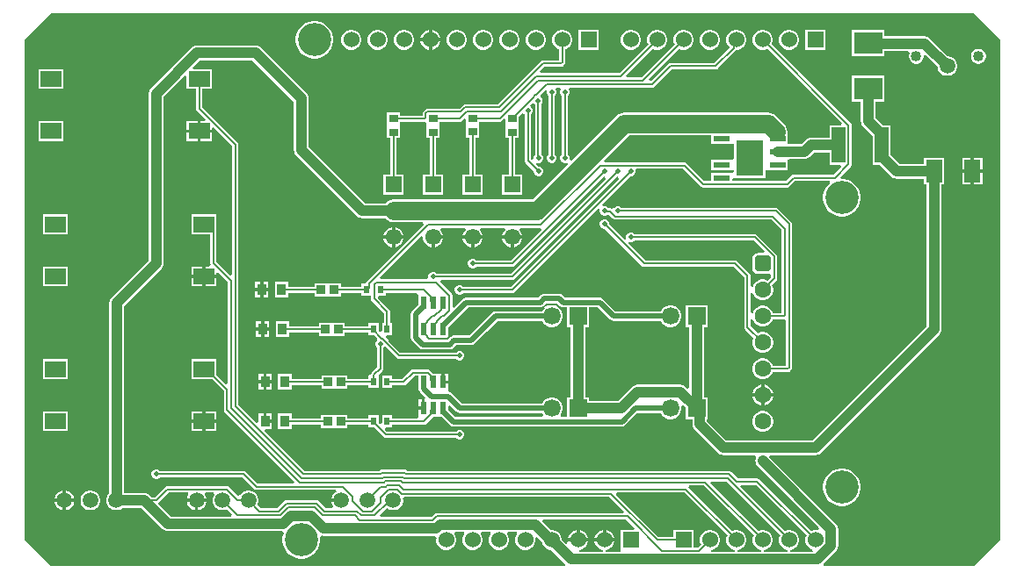
<source format=gtl>
G04*
G04 #@! TF.GenerationSoftware,Altium Limited,Altium Designer,25.2.1 (25)*
G04*
G04 Layer_Physical_Order=1*
G04 Layer_Color=255*
%FSLAX44Y44*%
%MOMM*%
G71*
G04*
G04 #@! TF.SameCoordinates,3C1D010B-D615-4C1A-A092-7D16AA53BB1E*
G04*
G04*
G04 #@! TF.FilePolarity,Positive*
G04*
G01*
G75*
%ADD15R,2.0000X1.5000*%
%ADD16R,0.6000X1.2500*%
%ADD17R,0.9000X1.1000*%
%ADD18R,0.8549X0.9062*%
%ADD19R,0.6000X0.8000*%
%ADD20R,2.6200X3.5100*%
%ADD21R,1.6000X0.6100*%
%ADD22R,0.8500X0.7500*%
%ADD23R,1.5200X2.1800*%
%ADD24R,1.3200X3.4300*%
%ADD25R,2.7430X2.1590*%
%ADD38R,1.6900X1.6900*%
%ADD39C,1.6900*%
%ADD45C,0.2032*%
%ADD46C,0.5080*%
%ADD47C,1.0160*%
%ADD48C,1.7780*%
%ADD49C,1.5000*%
%ADD50R,1.5050X1.5050*%
%ADD51C,1.5050*%
%ADD52C,1.0200*%
%ADD53C,1.6000*%
G04:AMPARAMS|DCode=54|XSize=1.6mm|YSize=1.6mm|CornerRadius=0.4mm|HoleSize=0mm|Usage=FLASHONLY|Rotation=270.000|XOffset=0mm|YOffset=0mm|HoleType=Round|Shape=RoundedRectangle|*
%AMROUNDEDRECTD54*
21,1,1.6000,0.8000,0,0,270.0*
21,1,0.8000,1.6000,0,0,270.0*
1,1,0.8000,-0.4000,-0.4000*
1,1,0.8000,-0.4000,0.4000*
1,1,0.8000,0.4000,0.4000*
1,1,0.8000,0.4000,-0.4000*
%
%ADD54ROUNDEDRECTD54*%
%ADD55R,1.5500X1.5500*%
%ADD56C,1.5500*%
%ADD57R,1.5240X1.5240*%
%ADD58C,1.5240*%
%ADD59C,3.2000*%
%ADD60C,0.5000*%
%ADD61C,0.8000*%
G36*
X648700Y387250D02*
X659203D01*
X659969Y385402D01*
X652258Y377691D01*
X613781D01*
X613781Y377691D01*
X612604Y377457D01*
X611607Y376790D01*
X611607Y376790D01*
X606475Y371659D01*
X554500D01*
Y373909D01*
X556400Y374150D01*
X556500Y374150D01*
X586600D01*
Y382059D01*
X588500Y382300D01*
X588600Y382300D01*
X608500D01*
X608500Y392400D01*
X610289Y392909D01*
X624410D01*
X624410Y392909D01*
X626258Y393152D01*
X627980Y393866D01*
X629459Y395000D01*
X633718Y399259D01*
X648700D01*
Y387250D01*
D02*
G37*
G36*
X364471Y446194D02*
X364918Y445747D01*
Y396682D01*
X364485Y396249D01*
X363800Y394595D01*
Y393549D01*
X361959Y392435D01*
X361952Y392434D01*
X361069Y393095D01*
Y436113D01*
X361809Y436853D01*
X362494Y438507D01*
Y440297D01*
X361809Y441951D01*
X360543Y443217D01*
X360231Y444782D01*
X361980Y446531D01*
X364471Y446194D01*
D02*
G37*
G36*
X534500Y407700D02*
X554400D01*
X554500Y407700D01*
X556400Y407459D01*
Y392641D01*
X554500Y392400D01*
X554400Y392400D01*
X534500D01*
Y382300D01*
X554400D01*
X554500Y382300D01*
X556400Y382059D01*
Y379941D01*
X554500Y379700D01*
X554400Y379700D01*
X534500D01*
Y371659D01*
X527871D01*
X510840Y388690D01*
X509842Y389357D01*
X508665Y389591D01*
X508665Y389591D01*
X431898D01*
X431133Y391439D01*
X455400Y415706D01*
X534500D01*
Y407700D01*
D02*
G37*
G36*
X585808Y304065D02*
X585043Y302218D01*
X580200D01*
X577859Y301752D01*
X575874Y300426D01*
X574548Y298441D01*
X574082Y296100D01*
Y288100D01*
X574548Y285759D01*
X575874Y283774D01*
X577859Y282448D01*
X580200Y281982D01*
X588200D01*
X590141Y282369D01*
X592141Y281295D01*
Y278990D01*
X588763Y275612D01*
X588060Y276019D01*
X585517Y276700D01*
X582883D01*
X580340Y276019D01*
X578060Y274702D01*
X576198Y272840D01*
X574882Y270560D01*
X574644Y269672D01*
X572644Y269935D01*
Y280141D01*
X572644Y280141D01*
X572410Y281318D01*
X571743Y282316D01*
X559784Y294274D01*
X558787Y294941D01*
X557610Y295175D01*
X557610Y295175D01*
X471174D01*
X454954Y311395D01*
X456087Y313090D01*
X456305Y313000D01*
X458095D01*
X459749Y313685D01*
X460489Y314425D01*
X575448D01*
X585808Y304065D01*
D02*
G37*
G36*
X432260Y375938D02*
X433043Y373892D01*
X341626Y282475D01*
X269989D01*
X269249Y283215D01*
X267595Y283900D01*
X265805D01*
X264151Y283215D01*
X262885Y281949D01*
X262200Y280295D01*
Y278505D01*
X260745Y276791D01*
X215986D01*
X215220Y278639D01*
X254950Y318368D01*
X256950Y317540D01*
Y316216D01*
X257614Y313737D01*
X258898Y311513D01*
X260713Y309698D01*
X262937Y308414D01*
X265200Y307808D01*
Y317500D01*
X266700D01*
Y319000D01*
X276392D01*
X275786Y321263D01*
X274502Y323487D01*
X273480Y324509D01*
X274308Y326509D01*
X297192D01*
X298020Y324509D01*
X296998Y323487D01*
X295714Y321263D01*
X295108Y319000D01*
X304800D01*
X314492D01*
X313885Y321263D01*
X312602Y323487D01*
X311580Y324509D01*
X312408Y326509D01*
X335292D01*
X336120Y324509D01*
X335098Y323487D01*
X333815Y321263D01*
X333208Y319000D01*
X342900D01*
X352592D01*
X351986Y321263D01*
X350702Y323487D01*
X349680Y324509D01*
X350508Y326509D01*
X370131D01*
X370816Y325427D01*
X371005Y324554D01*
X341626Y295175D01*
X308089D01*
X307349Y295915D01*
X305695Y296600D01*
X303905D01*
X302251Y295915D01*
X300985Y294649D01*
X300300Y292995D01*
Y291205D01*
X300985Y289551D01*
X302251Y288285D01*
X303905Y287600D01*
X305695D01*
X307349Y288285D01*
X308089Y289025D01*
X342900D01*
X342900Y289025D01*
X344077Y289259D01*
X345074Y289926D01*
X431147Y375998D01*
X432260Y375938D01*
D02*
G37*
G36*
X29400Y472701D02*
Y460400D01*
X38325D01*
Y441665D01*
X38325Y441665D01*
X38559Y440489D01*
X39226Y439491D01*
X47469Y431248D01*
X46703Y429400D01*
X42900D01*
Y421400D01*
X53400D01*
Y422703D01*
X55248Y423469D01*
X73125Y405592D01*
Y281502D01*
X71277Y280737D01*
X58159Y293855D01*
Y323316D01*
X58159Y323316D01*
X58100Y323613D01*
Y339300D01*
X34100D01*
Y320300D01*
X52009D01*
Y292581D01*
X52009Y292581D01*
X52243Y291404D01*
X52313Y291300D01*
X51244Y289300D01*
X47600D01*
Y281300D01*
X58100D01*
Y282603D01*
X59948Y283369D01*
X69093Y274223D01*
Y176569D01*
X67245Y175804D01*
X58100Y184949D01*
Y199600D01*
X34100D01*
Y180600D01*
X53751D01*
X65061Y169290D01*
Y150695D01*
X65061Y150695D01*
X65295Y149518D01*
X65962Y148520D01*
X132755Y81727D01*
X131989Y79879D01*
X97607D01*
X86412Y91074D01*
X85414Y91741D01*
X84237Y91975D01*
X84237Y91975D01*
X3289D01*
X2549Y92715D01*
X895Y93400D01*
X-895D01*
X-2549Y92715D01*
X-3815Y91449D01*
X-4500Y89795D01*
Y88005D01*
X-3815Y86351D01*
X-2549Y85085D01*
X-895Y84400D01*
X895D01*
X2549Y85085D01*
X3289Y85825D01*
X82964D01*
X94159Y74630D01*
X94159Y74630D01*
X95157Y73963D01*
X96334Y73729D01*
X96334Y73729D01*
X172917D01*
X173453Y71729D01*
X172367Y71102D01*
X170598Y69333D01*
X169347Y67167D01*
X168767Y65000D01*
X178200D01*
Y62000D01*
X168767D01*
X169347Y59833D01*
X170372Y58059D01*
X169658Y56059D01*
X163181D01*
X156458Y62782D01*
X155460Y63449D01*
X154284Y63683D01*
X154284Y63683D01*
X125117D01*
X125116Y63683D01*
X123940Y63449D01*
X122942Y62782D01*
X122942Y62782D01*
X116219Y56059D01*
X100690D01*
X97446Y59303D01*
X97753Y59833D01*
X98400Y62249D01*
Y64751D01*
X97753Y67167D01*
X96502Y69333D01*
X94733Y71102D01*
X92567Y72353D01*
X90151Y73000D01*
X87649D01*
X85233Y72353D01*
X83067Y71102D01*
X81298Y69333D01*
X80865Y68584D01*
X78366Y68255D01*
X70430Y76190D01*
X69433Y76857D01*
X68256Y77091D01*
X68256Y77091D01*
X10516D01*
X10516Y77091D01*
X9339Y76857D01*
X8342Y76190D01*
X-1274Y66575D01*
X-4426D01*
X-6400Y68549D01*
X-7879Y69684D01*
X-9601Y70398D01*
X-11450Y70641D01*
X-11450Y70641D01*
X-30959D01*
Y251042D01*
X5049Y287050D01*
X5049Y287050D01*
X6184Y288529D01*
X6898Y290252D01*
X7141Y292100D01*
Y453055D01*
X27552Y473466D01*
X29400Y472701D01*
D02*
G37*
G36*
X132559Y448290D02*
Y401801D01*
X132559Y401801D01*
X132802Y399953D01*
X133516Y398231D01*
X134650Y396752D01*
X193552Y337851D01*
X193552Y337850D01*
X195031Y336716D01*
X196753Y336002D01*
X198601Y335759D01*
X220353D01*
X220833Y335133D01*
X223108Y333388D01*
X225757Y332290D01*
X228600Y331916D01*
X256971D01*
X257800Y329916D01*
X202710Y274826D01*
X202043Y273828D01*
X201819Y272700D01*
X197900D01*
Y269775D01*
X177631D01*
Y273231D01*
X152569D01*
Y269775D01*
X127100D01*
Y274200D01*
X114100D01*
Y259200D01*
X127100D01*
Y263625D01*
X152569D01*
Y260169D01*
X177631D01*
Y263625D01*
X197900D01*
Y260700D01*
X206809D01*
Y258025D01*
X206809Y258025D01*
X207043Y256848D01*
X207710Y255850D01*
X219325Y244235D01*
Y234600D01*
X217400D01*
Y227268D01*
X215463Y226409D01*
X214400Y227257D01*
Y234600D01*
X204400D01*
Y231675D01*
X181588D01*
Y235131D01*
X156525D01*
Y231675D01*
X128000D01*
Y236100D01*
X115000D01*
Y221100D01*
X128000D01*
Y225525D01*
X156525D01*
Y222069D01*
X181588D01*
Y225525D01*
X204400D01*
Y222600D01*
X210051D01*
X212810Y219841D01*
X212493Y217330D01*
X211874Y216712D01*
X211189Y215058D01*
Y213268D01*
X211874Y211614D01*
X212614Y210874D01*
Y191985D01*
X207226Y186596D01*
X206559Y185598D01*
X206325Y184422D01*
X204518Y183800D01*
X204400D01*
Y180875D01*
X184074D01*
Y184331D01*
X159012D01*
Y180875D01*
X130300D01*
Y185300D01*
X117300D01*
Y170300D01*
X130300D01*
Y174725D01*
X159012D01*
Y171269D01*
X184074D01*
Y174725D01*
X204400D01*
Y171800D01*
X214400D01*
Y183800D01*
X214400D01*
X214027Y184700D01*
X217864Y188536D01*
X218530Y189534D01*
X218764Y190711D01*
X218764Y190711D01*
Y210874D01*
X219504Y211614D01*
X220783Y211868D01*
X231625Y201026D01*
X231625Y201026D01*
X232623Y200359D01*
X233800Y200125D01*
X288811D01*
X289551Y199385D01*
X291205Y198700D01*
X292995D01*
X294649Y199385D01*
X295915Y200651D01*
X296600Y202305D01*
Y204095D01*
X295915Y205749D01*
X294649Y207015D01*
X292995Y207700D01*
X291205D01*
X289551Y207015D01*
X288811Y206275D01*
X235074D01*
X224126Y217223D01*
X224046Y217624D01*
X223380Y218622D01*
X223380Y218622D01*
X221402Y220600D01*
X222230Y222600D01*
X227400D01*
Y234600D01*
X225475D01*
Y245508D01*
X225475Y245509D01*
X225241Y246685D01*
X224574Y247683D01*
X224574Y247683D01*
X213557Y258700D01*
X214386Y260700D01*
X220900D01*
Y263625D01*
X251174D01*
X252200Y262050D01*
Y252096D01*
X246387Y246283D01*
X245383Y244781D01*
X245031Y243010D01*
X245031Y243010D01*
Y220670D01*
X245031Y220669D01*
X245383Y218898D01*
X246387Y217396D01*
X253078Y210705D01*
X253078Y210705D01*
X254580Y209701D01*
X256352Y209349D01*
X256352Y209349D01*
X282750D01*
X282751Y209349D01*
X284522Y209701D01*
X286024Y210705D01*
X288700Y213381D01*
X303415D01*
X303416Y213381D01*
X305187Y213733D01*
X306689Y214737D01*
X328623Y236671D01*
X371606D01*
X372638Y234884D01*
X374584Y232938D01*
X376967Y231562D01*
X379624Y230850D01*
X382376D01*
X385033Y231562D01*
X387416Y232938D01*
X389362Y234884D01*
X390738Y237267D01*
X391450Y239924D01*
Y242676D01*
X390738Y245333D01*
X389362Y247716D01*
X387777Y249301D01*
X389052Y250855D01*
X390311Y250013D01*
X392083Y249661D01*
X395950D01*
Y230850D01*
X399259D01*
Y162850D01*
X395950D01*
Y144039D01*
X390031D01*
X389265Y145887D01*
X389362Y145984D01*
X390738Y148366D01*
X391450Y151024D01*
Y153776D01*
X390738Y156433D01*
X389362Y158816D01*
X387416Y160762D01*
X385033Y162138D01*
X382376Y162850D01*
X379624D01*
X376967Y162138D01*
X374584Y160762D01*
X372638Y158816D01*
X371606Y157029D01*
X293988D01*
X284354Y166663D01*
X282852Y167667D01*
X282252Y167786D01*
X281200Y169350D01*
X281200Y169879D01*
Y176100D01*
X276200D01*
Y177600D01*
X274700D01*
Y185850D01*
X266814D01*
X263624Y189040D01*
X262626Y189707D01*
X261449Y189941D01*
X261449Y189941D01*
X247450D01*
X247450Y189941D01*
X246273Y189707D01*
X245275Y189040D01*
X245275Y189040D01*
X237110Y180875D01*
X227400D01*
Y183800D01*
X217400D01*
Y171800D01*
X227400D01*
Y174725D01*
X238384D01*
X238384Y174725D01*
X239560Y174959D01*
X240558Y175626D01*
X248723Y183791D01*
X252200D01*
Y169350D01*
X253353D01*
X253383Y169198D01*
X254387Y167696D01*
X259385Y162698D01*
X258700Y161043D01*
Y152600D01*
X257200D01*
Y151100D01*
X252200D01*
Y144350D01*
X251174Y142775D01*
X227400D01*
Y145700D01*
X217400D01*
Y138368D01*
X215463Y137509D01*
X214400Y138357D01*
Y145700D01*
X204400D01*
Y142775D01*
X183888D01*
Y146231D01*
X158826D01*
Y142775D01*
X130300D01*
Y147200D01*
X117300D01*
Y132200D01*
X130300D01*
Y136625D01*
X158826D01*
Y133169D01*
X183888D01*
Y136625D01*
X204400D01*
Y133700D01*
X210051D01*
X218925Y124826D01*
X218925Y124826D01*
X219923Y124159D01*
X221100Y123925D01*
X221100Y123925D01*
X288811D01*
X289551Y123185D01*
X291205Y122500D01*
X292995D01*
X294649Y123185D01*
X295915Y124451D01*
X296600Y126105D01*
Y127895D01*
X295915Y129549D01*
X294649Y130815D01*
X292995Y131500D01*
X291205D01*
X289551Y130815D01*
X288811Y130075D01*
X222374D01*
X220597Y131852D01*
X221362Y133700D01*
X227400D01*
Y136625D01*
X257815D01*
X257815Y136625D01*
X258992Y136859D01*
X259990Y137526D01*
X266814Y144350D01*
X274654D01*
X282867Y136137D01*
X282867Y136137D01*
X284369Y135133D01*
X286140Y134781D01*
X286140Y134781D01*
X448601D01*
X448601Y134781D01*
X450373Y135133D01*
X451874Y136137D01*
X463508Y147771D01*
X485906D01*
X486938Y145984D01*
X488884Y144038D01*
X491267Y142662D01*
X493924Y141950D01*
X496676D01*
X499333Y142662D01*
X501716Y144038D01*
X503662Y145984D01*
X505038Y148366D01*
X505750Y151024D01*
Y153776D01*
X505513Y154659D01*
X507306Y155695D01*
X510250Y152751D01*
Y141950D01*
X516275D01*
Y136984D01*
X516275Y136984D01*
X516519Y135135D01*
X517232Y133413D01*
X518367Y131934D01*
X541050Y109251D01*
X541050Y109250D01*
X542529Y108116D01*
X544252Y107402D01*
X546100Y107159D01*
X546100Y107159D01*
X577020D01*
X578016Y105170D01*
X577302Y103448D01*
X577059Y101600D01*
X577302Y99752D01*
X578016Y98029D01*
X579151Y96551D01*
X638900Y36801D01*
X638839Y36401D01*
X636592Y34933D01*
X636267Y35020D01*
X633733D01*
X631287Y34364D01*
X630715Y34034D01*
X580985Y83763D01*
X579988Y84430D01*
X578811Y84664D01*
X578811Y84664D01*
X560387D01*
X553977Y91074D01*
X552979Y91741D01*
X551802Y91975D01*
X551802Y91975D01*
X241754D01*
X241411Y92318D01*
X240413Y92985D01*
X239236Y93219D01*
X239236Y93219D01*
X217164D01*
X217164Y93219D01*
X215987Y92985D01*
X214989Y92318D01*
X214989Y92318D01*
X214646Y91975D01*
X142608D01*
X104231Y130352D01*
X104997Y132200D01*
X111300D01*
Y138200D01*
X104800D01*
Y139700D01*
X103300D01*
Y147200D01*
X98300D01*
Y138897D01*
X96452Y138131D01*
X79275Y155309D01*
Y406865D01*
X79275Y406865D01*
X79041Y408042D01*
X78374Y409040D01*
X44475Y442939D01*
Y460400D01*
X53400D01*
Y479400D01*
X36100D01*
X35334Y481248D01*
X42245Y488159D01*
X92690D01*
X132559Y448290D01*
D02*
G37*
G36*
X374223Y249301D02*
X372638Y247716D01*
X371606Y245929D01*
X326706D01*
X324934Y245577D01*
X323432Y244573D01*
X323432Y244573D01*
X301498Y222639D01*
X286783D01*
X285011Y222287D01*
X283509Y221283D01*
X283509Y221283D01*
X283200Y220974D01*
X281200Y221802D01*
Y230504D01*
X300357Y249661D01*
X369917D01*
X369917Y249661D01*
X371689Y250013D01*
X372948Y250855D01*
X374223Y249301D01*
D02*
G37*
G36*
X288797Y149127D02*
X288797Y149127D01*
X290299Y148123D01*
X292071Y147771D01*
X292071Y147771D01*
X371606D01*
X372638Y145984D01*
X372735Y145887D01*
X371969Y144039D01*
X288057D01*
X281200Y150896D01*
Y154111D01*
X283048Y154876D01*
X288797Y149127D01*
D02*
G37*
G36*
X812800Y508000D02*
Y25400D01*
X787400Y0D01*
X643283D01*
X642877Y558D01*
X642488Y2000D01*
X654749Y14261D01*
X654750Y14262D01*
X655884Y15741D01*
X656598Y17463D01*
X656841Y19311D01*
X656841Y19311D01*
Y36100D01*
X656841Y36100D01*
X656598Y37948D01*
X655884Y39671D01*
X654750Y41150D01*
X654749Y41150D01*
X590740Y105159D01*
X591569Y107159D01*
X635000D01*
X635000Y107159D01*
X636848Y107402D01*
X638571Y108116D01*
X640050Y109250D01*
X754350Y223550D01*
X755484Y225030D01*
X756198Y226752D01*
X756441Y228600D01*
X756441Y228600D01*
Y368100D01*
X758900D01*
Y393900D01*
X739700D01*
Y388141D01*
X716308D01*
X707100Y397349D01*
Y425550D01*
X699999D01*
X692941Y432608D01*
Y447705D01*
X701515D01*
Y473295D01*
X670085D01*
Y447705D01*
X678659D01*
Y429650D01*
X678659Y429650D01*
X678902Y427802D01*
X679616Y426079D01*
X680751Y424600D01*
X689900Y415451D01*
Y387250D01*
X697001D01*
X708300Y375951D01*
X708300Y375951D01*
X709780Y374816D01*
X711502Y374102D01*
X713350Y373859D01*
X739700D01*
Y368100D01*
X742159D01*
Y231558D01*
X632042Y121441D01*
X549058D01*
X530557Y139942D01*
Y141950D01*
X531150D01*
Y162850D01*
X527841D01*
Y230850D01*
X531150D01*
Y251750D01*
X510250D01*
Y230850D01*
X513559D01*
Y172253D01*
X511711Y171488D01*
X510219Y172980D01*
X508741Y174114D01*
X507018Y174828D01*
X505170Y175071D01*
X505170Y175071D01*
X463517D01*
X463516Y175071D01*
X461668Y174828D01*
X459946Y174114D01*
X458467Y172980D01*
X458467Y172979D01*
X445028Y159541D01*
X416850D01*
Y162850D01*
X413541D01*
Y230850D01*
X416850D01*
Y249661D01*
X425448D01*
X437082Y238027D01*
X437082Y238027D01*
X438584Y237023D01*
X440355Y236671D01*
X440356Y236671D01*
X485906D01*
X486938Y234884D01*
X488884Y232938D01*
X491267Y231562D01*
X493924Y230850D01*
X496676D01*
X499333Y231562D01*
X501716Y232938D01*
X503662Y234884D01*
X505038Y237267D01*
X505750Y239924D01*
Y242676D01*
X505038Y245333D01*
X503662Y247716D01*
X501716Y249662D01*
X499333Y251038D01*
X496676Y251750D01*
X493924D01*
X491267Y251038D01*
X488884Y249662D01*
X486938Y247716D01*
X485906Y245929D01*
X442273D01*
X430639Y257563D01*
X429137Y258567D01*
X427365Y258919D01*
X427365Y258919D01*
X394000D01*
X391324Y261595D01*
X389822Y262599D01*
X388051Y262951D01*
X388051Y262951D01*
X373949D01*
X372178Y262599D01*
X370676Y261595D01*
X370676Y261595D01*
X368000Y258919D01*
X298440D01*
X296669Y258567D01*
X295167Y257563D01*
X295167Y257563D01*
X287139Y249535D01*
X285291Y250301D01*
Y261299D01*
X285291Y261299D01*
X285057Y262476D01*
X284390Y263474D01*
X273539Y274325D01*
X274368Y276325D01*
X342900D01*
X342900Y276325D01*
X344077Y276559D01*
X345074Y277226D01*
X443847Y375998D01*
X444960Y375937D01*
X445743Y373892D01*
X341626Y269775D01*
X295389D01*
X294649Y270515D01*
X292995Y271200D01*
X291205D01*
X289551Y270515D01*
X288285Y269249D01*
X287600Y267595D01*
Y265805D01*
X288285Y264151D01*
X289551Y262885D01*
X291205Y262200D01*
X292995D01*
X294649Y262885D01*
X295389Y263625D01*
X342900D01*
X342900Y263625D01*
X344077Y263859D01*
X345074Y264526D01*
X425695Y345146D01*
X427390Y344013D01*
X427300Y343795D01*
Y342005D01*
X427985Y340351D01*
X429251Y339085D01*
X430905Y338400D01*
X432695D01*
X434349Y339085D01*
X434521Y339257D01*
X435993D01*
X440041Y335210D01*
X440041Y335210D01*
X441038Y334543D01*
X442215Y334309D01*
X442215Y334309D01*
X592472D01*
X602493Y324288D01*
Y244375D01*
X593729D01*
X593518Y245160D01*
X592202Y247440D01*
X590340Y249302D01*
X588060Y250618D01*
X585517Y251300D01*
X582883D01*
X580340Y250618D01*
X578060Y249302D01*
X576198Y247440D01*
X574882Y245160D01*
X574644Y244272D01*
X572644Y244535D01*
Y263465D01*
X574644Y263728D01*
X574882Y262840D01*
X576198Y260560D01*
X578060Y258698D01*
X580340Y257381D01*
X582883Y256700D01*
X585517D01*
X588060Y257381D01*
X590340Y258698D01*
X592202Y260560D01*
X593518Y262840D01*
X594200Y265383D01*
Y268016D01*
X593518Y270560D01*
X593112Y271263D01*
X597390Y275541D01*
X597390Y275542D01*
X598057Y276539D01*
X598291Y277716D01*
X598291Y277716D01*
Y299006D01*
X598291Y299006D01*
X598057Y300183D01*
X597390Y301181D01*
X578897Y319674D01*
X577899Y320341D01*
X576722Y320575D01*
X576722Y320575D01*
X460489D01*
X459749Y321315D01*
X458095Y322000D01*
X456305D01*
X454651Y321315D01*
X453385Y320049D01*
X452700Y318395D01*
Y316605D01*
X452790Y316387D01*
X451095Y315254D01*
X436300Y330049D01*
Y331095D01*
X435615Y332749D01*
X434349Y334015D01*
X432695Y334700D01*
X430905D01*
X429251Y334015D01*
X427985Y332749D01*
X427300Y331095D01*
Y329305D01*
X427985Y327651D01*
X429251Y326385D01*
X430905Y325700D01*
X431951D01*
X467725Y289926D01*
X467726Y289926D01*
X468723Y289259D01*
X469900Y289025D01*
X556336D01*
X566493Y278867D01*
Y230532D01*
X566493Y230532D01*
X566727Y229355D01*
X567394Y228357D01*
X575288Y220463D01*
X574882Y219760D01*
X574200Y217216D01*
Y214583D01*
X574882Y212040D01*
X576198Y209760D01*
X578060Y207898D01*
X580340Y206581D01*
X582883Y205900D01*
X585517D01*
X588060Y206581D01*
X590340Y207898D01*
X592202Y209760D01*
X593518Y212040D01*
X594200Y214583D01*
Y217216D01*
X593518Y219760D01*
X592202Y222040D01*
X590340Y223902D01*
X588060Y225219D01*
X585517Y225900D01*
X582883D01*
X580340Y225219D01*
X579637Y224812D01*
X572644Y231805D01*
Y238065D01*
X574644Y238328D01*
X574882Y237440D01*
X576198Y235160D01*
X578060Y233298D01*
X580340Y231982D01*
X582883Y231300D01*
X585517D01*
X588060Y231982D01*
X590340Y233298D01*
X592202Y235160D01*
X593518Y237440D01*
X593729Y238225D01*
X604378D01*
X604378Y238225D01*
X604525Y238254D01*
X606525Y236885D01*
Y193575D01*
X593729D01*
X593518Y194360D01*
X592202Y196640D01*
X590340Y198502D01*
X588060Y199818D01*
X585517Y200500D01*
X582883D01*
X580340Y199818D01*
X578060Y198502D01*
X576198Y196640D01*
X574882Y194360D01*
X574200Y191817D01*
Y189184D01*
X574882Y186640D01*
X576198Y184360D01*
X578060Y182498D01*
X580340Y181182D01*
X582883Y180500D01*
X585517D01*
X588060Y181182D01*
X590340Y182498D01*
X592202Y184360D01*
X593518Y186640D01*
X593729Y187425D01*
X608410D01*
X608410Y187425D01*
X609586Y187659D01*
X610584Y188326D01*
X611774Y189516D01*
X611774Y189516D01*
X612441Y190513D01*
X612675Y191690D01*
Y330200D01*
X612675Y330200D01*
X612441Y331377D01*
X611774Y332374D01*
X611774Y332374D01*
X599074Y345074D01*
X598077Y345741D01*
X596900Y345975D01*
X596900Y345975D01*
X447789D01*
X447049Y346715D01*
X445395Y347400D01*
X443605D01*
X441951Y346715D01*
X441006Y345770D01*
X440595Y345438D01*
X438444Y345173D01*
X437267Y345407D01*
X437267Y345407D01*
X435632D01*
X435615Y345449D01*
X434349Y346715D01*
X432695Y347400D01*
X430905D01*
X430687Y347310D01*
X429554Y349005D01*
X457049Y376500D01*
X458095D01*
X459749Y377185D01*
X461015Y378451D01*
X461700Y380105D01*
Y381895D01*
X462733Y383441D01*
X507392D01*
X524423Y366410D01*
X524423Y366410D01*
X525421Y365743D01*
X526597Y365509D01*
X607749D01*
X607749Y365509D01*
X608926Y365743D01*
X609924Y366410D01*
X615055Y371541D01*
X648413D01*
X648871Y370032D01*
X648885Y369541D01*
X646419Y367074D01*
X644449Y364126D01*
X643092Y360850D01*
X642400Y357373D01*
Y353827D01*
X643092Y350350D01*
X644449Y347074D01*
X646419Y344126D01*
X648926Y341618D01*
X651874Y339649D01*
X655150Y338292D01*
X658627Y337600D01*
X662173D01*
X665650Y338292D01*
X668926Y339649D01*
X671874Y341618D01*
X674381Y344126D01*
X676351Y347074D01*
X677708Y350350D01*
X678400Y353827D01*
Y357373D01*
X677708Y360850D01*
X676351Y364126D01*
X674381Y367074D01*
X671874Y369581D01*
X668926Y371551D01*
X665650Y372908D01*
X662173Y373600D01*
X659693D01*
X658864Y375600D01*
X669090Y385826D01*
X669090Y385826D01*
X669757Y386824D01*
X669991Y388001D01*
Y425284D01*
X669991Y425284D01*
X669757Y426461D01*
X669090Y427458D01*
X592834Y503715D01*
X593164Y504287D01*
X593820Y506734D01*
Y509267D01*
X593164Y511713D01*
X591898Y513907D01*
X590107Y515698D01*
X587913Y516964D01*
X585466Y517620D01*
X582934D01*
X580487Y516964D01*
X578293Y515698D01*
X576502Y513907D01*
X575236Y511713D01*
X574580Y509267D01*
Y506734D01*
X575236Y504287D01*
X576502Y502093D01*
X578293Y500302D01*
X580487Y499036D01*
X582934Y498380D01*
X585466D01*
X587913Y499036D01*
X588485Y499366D01*
X660453Y427398D01*
X659688Y425550D01*
X648700D01*
Y413541D01*
X630760D01*
X628912Y413298D01*
X627189Y412584D01*
X625710Y411450D01*
X625710Y411449D01*
X621452Y407191D01*
X610289D01*
X608500Y407700D01*
Y417800D01*
X608500D01*
X607828Y419522D01*
X607510Y421943D01*
X606412Y424592D01*
X604667Y426867D01*
X597077Y434457D01*
X594802Y436202D01*
X592153Y437300D01*
X589310Y437674D01*
X450850D01*
X448007Y437300D01*
X445358Y436202D01*
X443083Y434457D01*
X399611Y390984D01*
X397915Y392117D01*
X398200Y392805D01*
Y394595D01*
X397515Y396249D01*
X396775Y396989D01*
Y453911D01*
X397515Y454651D01*
X398200Y456305D01*
Y458095D01*
X397515Y459749D01*
X398413Y461679D01*
X477656D01*
X477656Y461679D01*
X478833Y461913D01*
X479831Y462580D01*
X496776Y479525D01*
X538979D01*
X538979Y479525D01*
X540156Y479759D01*
X541154Y480426D01*
X558447Y497719D01*
X558447Y497719D01*
X558889Y498380D01*
X560066D01*
X562513Y499036D01*
X564707Y500302D01*
X566498Y502093D01*
X567764Y504287D01*
X568420Y506734D01*
Y509267D01*
X567764Y511713D01*
X566498Y513907D01*
X564707Y515698D01*
X562513Y516964D01*
X560066Y517620D01*
X557533D01*
X555087Y516964D01*
X552893Y515698D01*
X551102Y513907D01*
X549836Y511713D01*
X549180Y509267D01*
Y506734D01*
X549836Y504287D01*
X551102Y502093D01*
X552613Y500582D01*
X537706Y485675D01*
X495502D01*
X494325Y485441D01*
X493327Y484774D01*
X493327Y484774D01*
X476639Y468086D01*
X475368Y468233D01*
X474596Y470247D01*
X503715Y499366D01*
X504287Y499036D01*
X506734Y498380D01*
X509267D01*
X511713Y499036D01*
X513907Y500302D01*
X515698Y502093D01*
X516964Y504287D01*
X517620Y506734D01*
Y509267D01*
X516964Y511713D01*
X515698Y513907D01*
X513907Y515698D01*
X511713Y516964D01*
X509267Y517620D01*
X506734D01*
X504287Y516964D01*
X502093Y515698D01*
X500302Y513907D01*
X499036Y511713D01*
X498380Y509267D01*
Y506734D01*
X499036Y504287D01*
X499366Y503715D01*
X467513Y471861D01*
X453423D01*
X452658Y473709D01*
X478315Y499366D01*
X478887Y499036D01*
X481334Y498380D01*
X483867D01*
X486313Y499036D01*
X488507Y500302D01*
X490298Y502093D01*
X491564Y504287D01*
X492220Y506734D01*
Y509267D01*
X491564Y511713D01*
X490298Y513907D01*
X488507Y515698D01*
X486313Y516964D01*
X483867Y517620D01*
X481334D01*
X478887Y516964D01*
X476693Y515698D01*
X474902Y513907D01*
X473636Y511713D01*
X472980Y509267D01*
Y506734D01*
X473636Y504287D01*
X473966Y503715D01*
X446145Y475894D01*
X370286D01*
X369521Y477741D01*
X373844Y482065D01*
X389970D01*
X389970Y482065D01*
X391147Y482299D01*
X392144Y482966D01*
X393334Y484156D01*
X393334Y484156D01*
X394001Y485154D01*
X394235Y486330D01*
Y498865D01*
X394873Y499036D01*
X397067Y500302D01*
X398858Y502093D01*
X400124Y504287D01*
X400780Y506734D01*
Y509267D01*
X400124Y511713D01*
X398858Y513907D01*
X397067Y515698D01*
X394873Y516964D01*
X392426Y517620D01*
X389893D01*
X387447Y516964D01*
X385253Y515698D01*
X383462Y513907D01*
X382196Y511713D01*
X381540Y509267D01*
Y506734D01*
X382196Y504287D01*
X383462Y502093D01*
X385253Y500302D01*
X387447Y499036D01*
X388085Y498865D01*
Y488215D01*
X372571D01*
X372571Y488215D01*
X371394Y487981D01*
X370396Y487314D01*
X370396Y487314D01*
X329055Y445973D01*
X297631D01*
X297631Y445973D01*
X296454Y445739D01*
X295456Y445072D01*
X295456Y445072D01*
X292025Y441641D01*
X261201D01*
X260024Y441407D01*
X259026Y440740D01*
X259026Y440740D01*
X257260Y438974D01*
X256593Y437976D01*
X256359Y436799D01*
X256359Y436799D01*
Y434875D01*
X234850D01*
Y437550D01*
X222350D01*
Y426550D01*
X222350Y426050D01*
Y424550D01*
X222350Y424050D01*
Y413050D01*
X225525D01*
Y378050D01*
X218850D01*
Y358550D01*
X238350D01*
Y378050D01*
X231675D01*
Y413050D01*
X234850D01*
Y424050D01*
X234850Y424550D01*
Y426050D01*
X234850Y426550D01*
Y428725D01*
X258244D01*
X258244Y428725D01*
X258450Y428766D01*
X260299Y427526D01*
X260450Y427280D01*
X260450Y426050D01*
Y424550D01*
X260450Y424050D01*
Y413050D01*
X263625D01*
Y378050D01*
X256950D01*
Y358550D01*
X276450D01*
Y378050D01*
X269775D01*
Y413050D01*
X272950D01*
Y424050D01*
X272950Y424550D01*
Y426050D01*
X272950Y426550D01*
Y428725D01*
X292235D01*
X292235Y428725D01*
X293412Y428959D01*
X294409Y429626D01*
X296702Y431919D01*
X298550Y431153D01*
Y426850D01*
X298550Y426350D01*
Y424850D01*
X298550Y424350D01*
Y413350D01*
X301725D01*
Y378050D01*
X295050D01*
Y358550D01*
X314550D01*
Y378050D01*
X307875D01*
Y413350D01*
X311050D01*
Y424350D01*
X311050Y424850D01*
Y426350D01*
X311050Y426850D01*
Y429025D01*
X330935D01*
X330935Y429025D01*
X332112Y429259D01*
X333109Y429926D01*
X334802Y431619D01*
X336650Y430853D01*
Y426550D01*
X336650Y426050D01*
Y424550D01*
X336650Y424050D01*
Y413050D01*
X339825D01*
Y378050D01*
X333150D01*
Y358550D01*
X352650D01*
Y378050D01*
X345975D01*
Y413050D01*
X349150D01*
Y424050D01*
X349150Y424550D01*
Y426050D01*
X349150Y426550D01*
Y433701D01*
X352215Y436766D01*
X354654Y436377D01*
X354919Y436113D01*
Y391306D01*
X354919Y391306D01*
X355153Y390130D01*
X355819Y389132D01*
X363800Y381151D01*
Y380105D01*
X364485Y378451D01*
X365751Y377185D01*
X367405Y376500D01*
X369195D01*
X370849Y377185D01*
X372115Y378451D01*
X372800Y380105D01*
Y381895D01*
X372115Y383549D01*
X370849Y384815D01*
X369195Y385500D01*
X368149D01*
X366054Y387595D01*
X367187Y389290D01*
X367405Y389200D01*
X369195D01*
X370849Y389885D01*
X372115Y391151D01*
X372800Y392805D01*
Y394595D01*
X372115Y396249D01*
X371068Y397296D01*
Y446361D01*
X371502Y446794D01*
X372187Y448448D01*
Y450238D01*
X371502Y451892D01*
X370236Y453158D01*
X369965Y454516D01*
X374895Y459446D01*
X376590Y458313D01*
X376500Y458095D01*
Y456305D01*
X377185Y454651D01*
X377925Y453911D01*
Y396989D01*
X377185Y396249D01*
X376500Y394595D01*
Y392805D01*
X377185Y391151D01*
X378451Y389885D01*
X380105Y389200D01*
X381895D01*
X383549Y389885D01*
X384815Y391151D01*
X385500Y392805D01*
Y394595D01*
X384815Y396249D01*
X384075Y396989D01*
Y453911D01*
X384815Y454651D01*
X385500Y456305D01*
Y458095D01*
X384815Y459749D01*
X385713Y461679D01*
X388987D01*
X389885Y459749D01*
X389200Y458095D01*
Y456305D01*
X389885Y454651D01*
X390625Y453911D01*
Y396989D01*
X389885Y396249D01*
X389200Y394595D01*
Y392805D01*
X389885Y391151D01*
X391151Y389885D01*
X392805Y389200D01*
X394595D01*
X395283Y389485D01*
X396416Y387789D01*
X362510Y353884D01*
X228600D01*
X225757Y353510D01*
X223108Y352412D01*
X220833Y350667D01*
X220353Y350041D01*
X201559D01*
X146841Y404759D01*
Y451248D01*
X146841Y451248D01*
X146598Y453097D01*
X145884Y454819D01*
X144749Y456298D01*
X144749Y456298D01*
X100698Y500350D01*
X99219Y501484D01*
X97497Y502198D01*
X95648Y502441D01*
X95648Y502441D01*
X39288D01*
X39287Y502441D01*
X37439Y502198D01*
X35717Y501484D01*
X34238Y500350D01*
X-5049Y461062D01*
X-6184Y459583D01*
X-6898Y457861D01*
X-7141Y456013D01*
X-7141Y456012D01*
Y295058D01*
X-43149Y259049D01*
X-44284Y257570D01*
X-44998Y255848D01*
X-45241Y254000D01*
X-45241Y254000D01*
Y70194D01*
X-46102Y69333D01*
X-47353Y67167D01*
X-48000Y64751D01*
Y62249D01*
X-47353Y59833D01*
X-46102Y57667D01*
X-44333Y55898D01*
X-42167Y54647D01*
X-39751Y54000D01*
X-37249D01*
X-34833Y54647D01*
X-32667Y55898D01*
X-32206Y56359D01*
X-14407D01*
X6145Y35807D01*
X6145Y35807D01*
X7624Y34672D01*
X9346Y33958D01*
X11194Y33715D01*
X11195Y33715D01*
X121496D01*
X122898Y31873D01*
X122392Y30650D01*
X121700Y27173D01*
Y23627D01*
X122392Y20150D01*
X123749Y16874D01*
X125718Y13926D01*
X128226Y11418D01*
X131174Y9449D01*
X134450Y8092D01*
X137927Y7400D01*
X141473D01*
X144950Y8092D01*
X148226Y9449D01*
X151174Y11418D01*
X153681Y13926D01*
X155651Y16874D01*
X157008Y20150D01*
X157700Y23627D01*
Y27173D01*
X157499Y28181D01*
X159252Y29620D01*
X159460Y29534D01*
X161308Y29290D01*
X161309Y29291D01*
X268413D01*
X269923Y27506D01*
X269954Y27314D01*
X269780Y26667D01*
Y24134D01*
X270436Y21687D01*
X271702Y19493D01*
X273493Y17702D01*
X275687Y16436D01*
X278134Y15780D01*
X280667D01*
X283113Y16436D01*
X285307Y17702D01*
X287098Y19493D01*
X288364Y21687D01*
X289020Y24134D01*
Y26667D01*
X288364Y29113D01*
X287299Y30959D01*
X287980Y32959D01*
X296220D01*
X296901Y30959D01*
X295836Y29113D01*
X295180Y26667D01*
Y24134D01*
X295836Y21687D01*
X297102Y19493D01*
X298893Y17702D01*
X301087Y16436D01*
X303533Y15780D01*
X306066D01*
X308513Y16436D01*
X310707Y17702D01*
X312498Y19493D01*
X313764Y21687D01*
X314420Y24134D01*
Y26667D01*
X313764Y29113D01*
X312699Y30959D01*
X313380Y32959D01*
X321620D01*
X322301Y30959D01*
X321236Y29113D01*
X320580Y26667D01*
Y24134D01*
X321236Y21687D01*
X322502Y19493D01*
X324293Y17702D01*
X326487Y16436D01*
X328933Y15780D01*
X331466D01*
X333913Y16436D01*
X336107Y17702D01*
X337898Y19493D01*
X339164Y21687D01*
X339820Y24134D01*
Y26667D01*
X339164Y29113D01*
X338099Y30959D01*
X338780Y32959D01*
X347020D01*
X347701Y30959D01*
X346636Y29113D01*
X345980Y26667D01*
Y24134D01*
X346636Y21687D01*
X347902Y19493D01*
X349693Y17702D01*
X351887Y16436D01*
X354333Y15780D01*
X356866D01*
X359313Y16436D01*
X361507Y17702D01*
X363298Y19493D01*
X364564Y21687D01*
X365220Y24134D01*
Y26667D01*
X365143Y26955D01*
X366936Y27991D01*
X371595Y23331D01*
X372036Y21687D01*
X373302Y19493D01*
X375093Y17702D01*
X377287Y16436D01*
X379734Y15780D01*
X380521D01*
X394301Y2000D01*
X393912Y558D01*
X393506Y0D01*
X-101600D01*
X-127000Y25400D01*
Y508000D01*
X-101600Y533400D01*
X787400D01*
X812800Y508000D01*
D02*
G37*
G36*
X56072Y68941D02*
X55047Y67167D01*
X54400Y64751D01*
Y62249D01*
X55047Y59833D01*
X56298Y57667D01*
X58067Y55898D01*
X60233Y54647D01*
X62649Y54000D01*
X65151D01*
X67567Y54647D01*
X68097Y54954D01*
X73206Y49845D01*
X72441Y47997D01*
X14152D01*
X2053Y60096D01*
X2174Y61326D01*
X11790Y70941D01*
X30358D01*
X31072Y68941D01*
X30047Y67167D01*
X29467Y65000D01*
X38900D01*
X48333D01*
X47753Y67167D01*
X46728Y68941D01*
X47442Y70941D01*
X55358D01*
X56072Y68941D01*
D02*
G37*
G36*
X450340Y53119D02*
X449574Y51271D01*
X269958D01*
X269958Y51271D01*
X268781Y51037D01*
X267783Y50370D01*
X265016Y47603D01*
X215797D01*
X215032Y49450D01*
X221923Y56342D01*
X222367Y55898D01*
X224533Y54647D01*
X226949Y54000D01*
X229451D01*
X231867Y54647D01*
X234033Y55898D01*
X235802Y57667D01*
X237053Y59833D01*
X237700Y62249D01*
Y64751D01*
X237547Y65322D01*
X238764Y66909D01*
X436550D01*
X450340Y53119D01*
D02*
G37*
G36*
X626366Y29685D02*
X626036Y29113D01*
X625380Y26667D01*
Y24134D01*
X626036Y21687D01*
X627302Y19493D01*
X629093Y17702D01*
X631287Y16436D01*
X631445Y16393D01*
X632533Y14031D01*
X632427Y13809D01*
X610937D01*
X610867Y15780D01*
X613313Y16436D01*
X615507Y17702D01*
X617298Y19493D01*
X618564Y21687D01*
X619220Y24134D01*
Y26667D01*
X618564Y29113D01*
X617298Y31307D01*
X615507Y33098D01*
X613313Y34364D01*
X610867Y35020D01*
X608334D01*
X605887Y34364D01*
X605315Y34034D01*
X562683Y76666D01*
X563448Y78514D01*
X577537D01*
X626366Y29685D01*
D02*
G37*
G36*
X600966D02*
X600636Y29113D01*
X599980Y26667D01*
Y24134D01*
X600636Y21687D01*
X601902Y19493D01*
X603693Y17702D01*
X605887Y16436D01*
X608334Y15780D01*
X608263Y13809D01*
X585537D01*
X585466Y15780D01*
X587913Y16436D01*
X590107Y17702D01*
X591898Y19493D01*
X593164Y21687D01*
X593820Y24134D01*
Y26667D01*
X593164Y29113D01*
X591898Y31307D01*
X590107Y33098D01*
X587913Y34364D01*
X585466Y35020D01*
X582934D01*
X580487Y34364D01*
X579915Y34034D01*
X534004Y79945D01*
X534769Y81793D01*
X548858D01*
X600966Y29685D01*
D02*
G37*
G36*
X575566D02*
X575236Y29113D01*
X574580Y26667D01*
Y24134D01*
X575236Y21687D01*
X576502Y19493D01*
X578293Y17702D01*
X580487Y16436D01*
X582934Y15780D01*
X582863Y13809D01*
X560137D01*
X560066Y15780D01*
X562513Y16436D01*
X564707Y17702D01*
X566498Y19493D01*
X567764Y21687D01*
X568420Y24134D01*
Y26667D01*
X567764Y29113D01*
X566498Y31307D01*
X564707Y33098D01*
X562513Y34364D01*
X560066Y35020D01*
X557533D01*
X555087Y34364D01*
X554515Y34034D01*
X512788Y75761D01*
X513302Y77454D01*
X513531Y77761D01*
X527490D01*
X575566Y29685D01*
D02*
G37*
G36*
X550166D02*
X549836Y29113D01*
X549180Y26667D01*
Y24134D01*
X549836Y21687D01*
X551102Y19493D01*
X552893Y17702D01*
X555087Y16436D01*
X557533Y15780D01*
X557463Y13809D01*
X534737D01*
X534666Y15780D01*
X537113Y16436D01*
X539307Y17702D01*
X541098Y19493D01*
X542364Y21687D01*
X543020Y24134D01*
Y26667D01*
X542364Y29113D01*
X541098Y31307D01*
X539307Y33098D01*
X537113Y34364D01*
X534666Y35020D01*
X532133D01*
X529687Y34364D01*
X527493Y33098D01*
X525702Y31307D01*
X524436Y29113D01*
X523780Y26667D01*
Y24134D01*
X524436Y21687D01*
X524766Y21115D01*
X521490Y17839D01*
X517620D01*
Y35020D01*
X498380D01*
Y28475D01*
X483681D01*
X443063Y69093D01*
X443828Y70941D01*
X508910D01*
X550166Y29685D01*
D02*
G37*
G36*
X460889Y36868D02*
X460123Y35020D01*
X447580D01*
Y15780D01*
X447580D01*
X447510Y13809D01*
X433137D01*
X433066Y15780D01*
X435513Y16436D01*
X437707Y17702D01*
X439498Y19493D01*
X440764Y21687D01*
X441357Y23900D01*
X431800D01*
X422243D01*
X422836Y21687D01*
X424102Y19493D01*
X425893Y17702D01*
X428087Y16436D01*
X430533Y15780D01*
X430463Y13809D01*
X407737D01*
X407667Y15780D01*
X410113Y16436D01*
X412307Y17702D01*
X414098Y19493D01*
X415364Y21687D01*
X415957Y23900D01*
X406400D01*
X396843D01*
X396867Y23808D01*
X395399Y21561D01*
X394999Y21500D01*
X390620Y25879D01*
Y26667D01*
X389964Y29113D01*
X388698Y31307D01*
X386907Y33098D01*
X384713Y34364D01*
X382267Y35020D01*
X380104D01*
X371851Y43273D01*
X372617Y45121D01*
X452635D01*
X460889Y36868D01*
D02*
G37*
%LPC*%
G36*
X314492Y316000D02*
X306300D01*
Y307808D01*
X308563Y308414D01*
X310787Y309698D01*
X312602Y311513D01*
X313885Y313737D01*
X314492Y316000D01*
D02*
G37*
G36*
X352592D02*
X344400D01*
Y307808D01*
X346663Y308414D01*
X348887Y309698D01*
X350702Y311513D01*
X351986Y313737D01*
X352592Y316000D01*
D02*
G37*
G36*
X276392D02*
X268200D01*
Y307808D01*
X270463Y308414D01*
X272687Y309698D01*
X274502Y311513D01*
X275786Y313737D01*
X276392Y316000D01*
D02*
G37*
G36*
X341400D02*
X333208D01*
X333815Y313737D01*
X335098Y311513D01*
X336913Y309698D01*
X339137Y308414D01*
X341400Y307808D01*
Y316000D01*
D02*
G37*
G36*
X303300D02*
X295108D01*
X295714Y313737D01*
X296998Y311513D01*
X298813Y309698D01*
X301037Y308414D01*
X303300Y307808D01*
Y316000D01*
D02*
G37*
G36*
X39900Y429400D02*
X29400D01*
Y421400D01*
X39900D01*
Y429400D01*
D02*
G37*
G36*
X53400Y418400D02*
X42900D01*
Y410400D01*
X53400D01*
Y418400D01*
D02*
G37*
G36*
X39900D02*
X29400D01*
Y410400D01*
X39900D01*
Y418400D01*
D02*
G37*
G36*
X44600Y289300D02*
X34100D01*
Y281300D01*
X44600D01*
Y289300D01*
D02*
G37*
G36*
X58100Y278300D02*
X47600D01*
Y270300D01*
X58100D01*
Y278300D01*
D02*
G37*
G36*
X44600D02*
X34100D01*
Y270300D01*
X44600D01*
Y278300D01*
D02*
G37*
G36*
X58100Y149600D02*
X47600D01*
Y141600D01*
X58100D01*
Y149600D01*
D02*
G37*
G36*
X44600D02*
X34100D01*
Y141600D01*
X44600D01*
Y149600D01*
D02*
G37*
G36*
X58100Y138600D02*
X47600D01*
Y130600D01*
X58100D01*
Y138600D01*
D02*
G37*
G36*
X44600D02*
X34100D01*
Y130600D01*
X44600D01*
Y138600D01*
D02*
G37*
G36*
X230100Y327192D02*
Y319000D01*
X238292D01*
X237686Y321263D01*
X236402Y323487D01*
X234587Y325302D01*
X232363Y326586D01*
X230100Y327192D01*
D02*
G37*
G36*
X227100D02*
X224837Y326586D01*
X222613Y325302D01*
X220798Y323487D01*
X219515Y321263D01*
X218908Y319000D01*
X227100D01*
Y327192D01*
D02*
G37*
G36*
X238292Y316000D02*
X230100D01*
Y307808D01*
X232363Y308414D01*
X234587Y309698D01*
X236402Y311513D01*
X237686Y313737D01*
X238292Y316000D01*
D02*
G37*
G36*
X227100D02*
X218908D01*
X219515Y313737D01*
X220798Y311513D01*
X222613Y309698D01*
X224837Y308414D01*
X227100Y307808D01*
Y316000D01*
D02*
G37*
G36*
X108100Y274200D02*
X103100D01*
Y268200D01*
X108100D01*
Y274200D01*
D02*
G37*
G36*
X100100D02*
X95100D01*
Y268200D01*
X100100D01*
Y274200D01*
D02*
G37*
G36*
X108100Y265200D02*
X103100D01*
Y259200D01*
X108100D01*
Y265200D01*
D02*
G37*
G36*
X100100D02*
X95100D01*
Y259200D01*
X100100D01*
Y265200D01*
D02*
G37*
G36*
X109000Y236100D02*
X104000D01*
Y230100D01*
X109000D01*
Y236100D01*
D02*
G37*
G36*
X101000D02*
X96000D01*
Y230100D01*
X101000D01*
Y236100D01*
D02*
G37*
G36*
X109000Y227100D02*
X104000D01*
Y221100D01*
X109000D01*
Y227100D01*
D02*
G37*
G36*
X101000D02*
X96000D01*
Y221100D01*
X101000D01*
Y227100D01*
D02*
G37*
G36*
X111300Y185300D02*
X106300D01*
Y179300D01*
X111300D01*
Y185300D01*
D02*
G37*
G36*
X103300D02*
X98300D01*
Y179300D01*
X103300D01*
Y185300D01*
D02*
G37*
G36*
X281200Y185850D02*
X277700D01*
Y179100D01*
X281200D01*
Y185850D01*
D02*
G37*
G36*
X111300Y176300D02*
X106300D01*
Y170300D01*
X111300D01*
Y176300D01*
D02*
G37*
G36*
X103300D02*
X98300D01*
Y170300D01*
X103300D01*
Y176300D01*
D02*
G37*
G36*
X255700Y160850D02*
X252200D01*
Y154100D01*
X255700D01*
Y160850D01*
D02*
G37*
G36*
X111300Y147200D02*
X106300D01*
Y141200D01*
X111300D01*
Y147200D01*
D02*
G37*
G36*
X265660Y517557D02*
Y509500D01*
X273717D01*
X273124Y511713D01*
X271858Y513907D01*
X270067Y515698D01*
X267873Y516964D01*
X265660Y517557D01*
D02*
G37*
G36*
X262660D02*
X260447Y516964D01*
X258253Y515698D01*
X256462Y513907D01*
X255196Y511713D01*
X254603Y509500D01*
X262660D01*
Y517557D01*
D02*
G37*
G36*
X273717Y506500D02*
X265660D01*
Y498443D01*
X267873Y499036D01*
X270067Y500302D01*
X271858Y502093D01*
X273124Y504287D01*
X273717Y506500D01*
D02*
G37*
G36*
X262660D02*
X254603D01*
X255196Y504287D01*
X256462Y502093D01*
X258253Y500302D01*
X260447Y499036D01*
X262660Y498443D01*
Y506500D01*
D02*
G37*
G36*
X644620Y517620D02*
X625380D01*
Y498380D01*
X644620D01*
Y517620D01*
D02*
G37*
G36*
X610867D02*
X608334D01*
X605887Y516964D01*
X603693Y515698D01*
X601902Y513907D01*
X600636Y511713D01*
X599980Y509267D01*
Y506734D01*
X600636Y504287D01*
X601902Y502093D01*
X603693Y500302D01*
X605887Y499036D01*
X608334Y498380D01*
X610867D01*
X613313Y499036D01*
X615507Y500302D01*
X617298Y502093D01*
X618564Y504287D01*
X619220Y506734D01*
Y509267D01*
X618564Y511713D01*
X617298Y513907D01*
X615507Y515698D01*
X613313Y516964D01*
X610867Y517620D01*
D02*
G37*
G36*
X534666D02*
X532133D01*
X529687Y516964D01*
X527493Y515698D01*
X525702Y513907D01*
X524436Y511713D01*
X523780Y509267D01*
Y506734D01*
X524436Y504287D01*
X525702Y502093D01*
X527493Y500302D01*
X529687Y499036D01*
X532133Y498380D01*
X534666D01*
X537113Y499036D01*
X539307Y500302D01*
X541098Y502093D01*
X542364Y504287D01*
X543020Y506734D01*
Y509267D01*
X542364Y511713D01*
X541098Y513907D01*
X539307Y515698D01*
X537113Y516964D01*
X534666Y517620D01*
D02*
G37*
G36*
X458466D02*
X455933D01*
X453487Y516964D01*
X451293Y515698D01*
X449502Y513907D01*
X448236Y511713D01*
X447580Y509267D01*
Y506734D01*
X448236Y504287D01*
X449502Y502093D01*
X451293Y500302D01*
X453487Y499036D01*
X455933Y498380D01*
X458466D01*
X460913Y499036D01*
X463107Y500302D01*
X464898Y502093D01*
X466164Y504287D01*
X466820Y506734D01*
Y509267D01*
X466164Y511713D01*
X464898Y513907D01*
X463107Y515698D01*
X460913Y516964D01*
X458466Y517620D01*
D02*
G37*
G36*
X426180D02*
X406940D01*
Y498380D01*
X426180D01*
Y517620D01*
D02*
G37*
G36*
X367026D02*
X364493D01*
X362047Y516964D01*
X359853Y515698D01*
X358062Y513907D01*
X356796Y511713D01*
X356140Y509267D01*
Y506734D01*
X356796Y504287D01*
X358062Y502093D01*
X359853Y500302D01*
X362047Y499036D01*
X364493Y498380D01*
X367026D01*
X369473Y499036D01*
X371667Y500302D01*
X373458Y502093D01*
X374724Y504287D01*
X375380Y506734D01*
Y509267D01*
X374724Y511713D01*
X373458Y513907D01*
X371667Y515698D01*
X369473Y516964D01*
X367026Y517620D01*
D02*
G37*
G36*
X341627D02*
X339094D01*
X336647Y516964D01*
X334453Y515698D01*
X332662Y513907D01*
X331396Y511713D01*
X330740Y509267D01*
Y506734D01*
X331396Y504287D01*
X332662Y502093D01*
X334453Y500302D01*
X336647Y499036D01*
X339094Y498380D01*
X341627D01*
X344073Y499036D01*
X346267Y500302D01*
X348058Y502093D01*
X349324Y504287D01*
X349980Y506734D01*
Y509267D01*
X349324Y511713D01*
X348058Y513907D01*
X346267Y515698D01*
X344073Y516964D01*
X341627Y517620D01*
D02*
G37*
G36*
X316227D02*
X313694D01*
X311247Y516964D01*
X309053Y515698D01*
X307262Y513907D01*
X305996Y511713D01*
X305340Y509267D01*
Y506734D01*
X305996Y504287D01*
X307262Y502093D01*
X309053Y500302D01*
X311247Y499036D01*
X313694Y498380D01*
X316227D01*
X318673Y499036D01*
X320867Y500302D01*
X322658Y502093D01*
X323924Y504287D01*
X324580Y506734D01*
Y509267D01*
X323924Y511713D01*
X322658Y513907D01*
X320867Y515698D01*
X318673Y516964D01*
X316227Y517620D01*
D02*
G37*
G36*
X290826D02*
X288293D01*
X285847Y516964D01*
X283653Y515698D01*
X281862Y513907D01*
X280596Y511713D01*
X279940Y509267D01*
Y506734D01*
X280596Y504287D01*
X281862Y502093D01*
X283653Y500302D01*
X285847Y499036D01*
X288293Y498380D01*
X290826D01*
X293273Y499036D01*
X295467Y500302D01*
X297258Y502093D01*
X298524Y504287D01*
X299180Y506734D01*
Y509267D01*
X298524Y511713D01*
X297258Y513907D01*
X295467Y515698D01*
X293273Y516964D01*
X290826Y517620D01*
D02*
G37*
G36*
X240026D02*
X237493D01*
X235047Y516964D01*
X232853Y515698D01*
X231062Y513907D01*
X229796Y511713D01*
X229140Y509267D01*
Y506734D01*
X229796Y504287D01*
X231062Y502093D01*
X232853Y500302D01*
X235047Y499036D01*
X237493Y498380D01*
X240026D01*
X242473Y499036D01*
X244667Y500302D01*
X246458Y502093D01*
X247724Y504287D01*
X248380Y506734D01*
Y509267D01*
X247724Y511713D01*
X246458Y513907D01*
X244667Y515698D01*
X242473Y516964D01*
X240026Y517620D01*
D02*
G37*
G36*
X214627D02*
X212094D01*
X209647Y516964D01*
X207453Y515698D01*
X205662Y513907D01*
X204396Y511713D01*
X203740Y509267D01*
Y506734D01*
X204396Y504287D01*
X205662Y502093D01*
X207453Y500302D01*
X209647Y499036D01*
X212094Y498380D01*
X214627D01*
X217073Y499036D01*
X219267Y500302D01*
X221058Y502093D01*
X222324Y504287D01*
X222980Y506734D01*
Y509267D01*
X222324Y511713D01*
X221058Y513907D01*
X219267Y515698D01*
X217073Y516964D01*
X214627Y517620D01*
D02*
G37*
G36*
X189226D02*
X186693D01*
X184247Y516964D01*
X182053Y515698D01*
X180262Y513907D01*
X178996Y511713D01*
X178340Y509267D01*
Y506734D01*
X178996Y504287D01*
X180262Y502093D01*
X182053Y500302D01*
X184247Y499036D01*
X186693Y498380D01*
X189226D01*
X191673Y499036D01*
X193867Y500302D01*
X195658Y502093D01*
X196924Y504287D01*
X197580Y506734D01*
Y509267D01*
X196924Y511713D01*
X195658Y513907D01*
X193867Y515698D01*
X191673Y516964D01*
X189226Y517620D01*
D02*
G37*
G36*
X154173Y526000D02*
X150627D01*
X147150Y525308D01*
X143874Y523951D01*
X140926Y521982D01*
X138419Y519474D01*
X136449Y516526D01*
X135092Y513250D01*
X134400Y509773D01*
Y506227D01*
X135092Y502750D01*
X136449Y499474D01*
X138419Y496526D01*
X140926Y494019D01*
X143874Y492049D01*
X147150Y490692D01*
X150627Y490000D01*
X154173D01*
X157650Y490692D01*
X160926Y492049D01*
X163874Y494019D01*
X166381Y496526D01*
X168351Y499474D01*
X169708Y502750D01*
X170400Y506227D01*
Y509773D01*
X169708Y513250D01*
X168351Y516526D01*
X166381Y519474D01*
X163874Y521982D01*
X160926Y523951D01*
X157650Y525308D01*
X154173Y526000D01*
D02*
G37*
G36*
X792935Y499100D02*
X791065D01*
X789259Y498616D01*
X787641Y497681D01*
X786319Y496359D01*
X785384Y494740D01*
X784900Y492935D01*
Y491065D01*
X785384Y489259D01*
X786319Y487640D01*
X787641Y486319D01*
X789259Y485384D01*
X791065Y484900D01*
X792935D01*
X794741Y485384D01*
X796359Y486319D01*
X797681Y487640D01*
X798616Y489259D01*
X799100Y491065D01*
Y492935D01*
X798616Y494740D01*
X797681Y496359D01*
X796359Y497681D01*
X794741Y498616D01*
X792935Y499100D01*
D02*
G37*
G36*
X701515Y517495D02*
X670085D01*
Y491905D01*
X701515D01*
Y497039D01*
X724401D01*
X725556Y495039D01*
X725384Y494740D01*
X724900Y492935D01*
Y491065D01*
X725384Y489259D01*
X726319Y487640D01*
X727641Y486319D01*
X729259Y485384D01*
X731065Y484900D01*
X732935D01*
X734741Y485384D01*
X736359Y486319D01*
X737681Y487640D01*
X738616Y489259D01*
X739100Y491065D01*
Y492573D01*
X739978Y493181D01*
X741026Y493475D01*
X752475Y482026D01*
Y481346D01*
X753124Y478923D01*
X754378Y476752D01*
X756152Y474978D01*
X758324Y473724D01*
X760746Y473075D01*
X763254D01*
X765676Y473724D01*
X767849Y474978D01*
X769622Y476752D01*
X770876Y478923D01*
X771525Y481346D01*
Y483854D01*
X770876Y486277D01*
X769622Y488448D01*
X767849Y490222D01*
X765676Y491476D01*
X763254Y492125D01*
X762574D01*
X745470Y509230D01*
X743990Y510364D01*
X742268Y511078D01*
X740420Y511321D01*
X740420Y511321D01*
X701515D01*
Y517495D01*
D02*
G37*
G36*
X-89600Y479400D02*
X-113600D01*
Y460400D01*
X-89600D01*
Y479400D01*
D02*
G37*
G36*
Y429400D02*
X-113600D01*
Y410400D01*
X-89600D01*
Y429400D01*
D02*
G37*
G36*
X795690Y393900D02*
X787590D01*
Y382500D01*
X795690D01*
Y393900D01*
D02*
G37*
G36*
X784590D02*
X776490D01*
Y382500D01*
X784590D01*
Y393900D01*
D02*
G37*
G36*
X795690Y379500D02*
X787590D01*
Y368100D01*
X795690D01*
Y379500D01*
D02*
G37*
G36*
X784590D02*
X776490D01*
Y368100D01*
X784590D01*
Y379500D01*
D02*
G37*
G36*
X-84900Y339300D02*
X-108900D01*
Y320300D01*
X-84900D01*
Y339300D01*
D02*
G37*
G36*
Y289300D02*
X-108900D01*
Y270300D01*
X-84900D01*
Y289300D01*
D02*
G37*
G36*
Y199600D02*
X-108900D01*
Y180600D01*
X-84900D01*
Y199600D01*
D02*
G37*
G36*
X585700Y175051D02*
Y166600D01*
X594151D01*
X593518Y168960D01*
X592202Y171240D01*
X590340Y173102D01*
X588060Y174419D01*
X585700Y175051D01*
D02*
G37*
G36*
X582700D02*
X580340Y174419D01*
X578060Y173102D01*
X576198Y171240D01*
X574882Y168960D01*
X574249Y166600D01*
X582700D01*
Y175051D01*
D02*
G37*
G36*
X594151Y163600D02*
X585700D01*
Y155149D01*
X588060Y155781D01*
X590340Y157098D01*
X592202Y158960D01*
X593518Y161240D01*
X594151Y163600D01*
D02*
G37*
G36*
X582700D02*
X574249D01*
X574882Y161240D01*
X576198Y158960D01*
X578060Y157098D01*
X580340Y155781D01*
X582700Y155149D01*
Y163600D01*
D02*
G37*
G36*
X-84900Y149600D02*
X-108900D01*
Y130600D01*
X-84900D01*
Y149600D01*
D02*
G37*
G36*
X585517Y149700D02*
X582883D01*
X580340Y149018D01*
X578060Y147702D01*
X576198Y145840D01*
X574882Y143560D01*
X574200Y141017D01*
Y138384D01*
X574882Y135840D01*
X576198Y133560D01*
X578060Y131698D01*
X580340Y130381D01*
X582883Y129700D01*
X585517D01*
X588060Y130381D01*
X590340Y131698D01*
X592202Y133560D01*
X593518Y135840D01*
X594200Y138384D01*
Y141017D01*
X593518Y143560D01*
X592202Y145840D01*
X590340Y147702D01*
X588060Y149018D01*
X585517Y149700D01*
D02*
G37*
G36*
X-87000Y72933D02*
Y65000D01*
X-79067D01*
X-79647Y67167D01*
X-80898Y69333D01*
X-82667Y71102D01*
X-84833Y72353D01*
X-87000Y72933D01*
D02*
G37*
G36*
X-90000D02*
X-92167Y72353D01*
X-94333Y71102D01*
X-96102Y69333D01*
X-97353Y67167D01*
X-97933Y65000D01*
X-90000D01*
Y72933D01*
D02*
G37*
G36*
X662173Y94200D02*
X658627D01*
X655150Y93508D01*
X651874Y92151D01*
X648926Y90182D01*
X646419Y87674D01*
X644449Y84726D01*
X643092Y81450D01*
X642400Y77973D01*
Y74427D01*
X643092Y70950D01*
X644449Y67674D01*
X646419Y64726D01*
X648926Y62218D01*
X651874Y60249D01*
X655150Y58892D01*
X658627Y58200D01*
X662173D01*
X665650Y58892D01*
X668926Y60249D01*
X671874Y62218D01*
X674381Y64726D01*
X676351Y67674D01*
X677708Y70950D01*
X678400Y74427D01*
Y77973D01*
X677708Y81450D01*
X676351Y84726D01*
X674381Y87674D01*
X671874Y90182D01*
X668926Y92151D01*
X665650Y93508D01*
X662173Y94200D01*
D02*
G37*
G36*
X-79067Y62000D02*
X-87000D01*
Y54067D01*
X-84833Y54647D01*
X-82667Y55898D01*
X-80898Y57667D01*
X-79647Y59833D01*
X-79067Y62000D01*
D02*
G37*
G36*
X-90000D02*
X-97933D01*
X-97353Y59833D01*
X-96102Y57667D01*
X-94333Y55898D01*
X-92167Y54647D01*
X-90000Y54067D01*
Y62000D01*
D02*
G37*
G36*
X-62249Y73000D02*
X-64751D01*
X-67167Y72353D01*
X-69333Y71102D01*
X-71102Y69333D01*
X-72353Y67167D01*
X-73000Y64751D01*
Y62249D01*
X-72353Y59833D01*
X-71102Y57667D01*
X-69333Y55898D01*
X-67167Y54647D01*
X-64751Y54000D01*
X-62249D01*
X-59833Y54647D01*
X-57667Y55898D01*
X-55898Y57667D01*
X-54647Y59833D01*
X-54000Y62249D01*
Y64751D01*
X-54647Y67167D01*
X-55898Y69333D01*
X-57667Y71102D01*
X-59833Y72353D01*
X-62249Y73000D01*
D02*
G37*
G36*
X48333Y62000D02*
X40400D01*
Y54067D01*
X42567Y54647D01*
X44733Y55898D01*
X46502Y57667D01*
X47753Y59833D01*
X48333Y62000D01*
D02*
G37*
G36*
X37400D02*
X29467D01*
X30047Y59833D01*
X31298Y57667D01*
X33067Y55898D01*
X35233Y54647D01*
X37400Y54067D01*
Y62000D01*
D02*
G37*
G36*
X433300Y34957D02*
Y26900D01*
X441357D01*
X440764Y29113D01*
X439498Y31307D01*
X437707Y33098D01*
X435513Y34364D01*
X433300Y34957D01*
D02*
G37*
G36*
X407900D02*
Y26900D01*
X415957D01*
X415364Y29113D01*
X414098Y31307D01*
X412307Y33098D01*
X410113Y34364D01*
X407900Y34957D01*
D02*
G37*
G36*
X430300D02*
X428087Y34364D01*
X425893Y33098D01*
X424102Y31307D01*
X422836Y29113D01*
X422243Y26900D01*
X430300D01*
Y34957D01*
D02*
G37*
G36*
X404900D02*
X402687Y34364D01*
X400493Y33098D01*
X398702Y31307D01*
X397436Y29113D01*
X396843Y26900D01*
X404900D01*
Y34957D01*
D02*
G37*
%LPD*%
D15*
X-101600Y469900D02*
D03*
X41400D02*
D03*
X-101600Y419900D02*
D03*
X41400D02*
D03*
X-96900Y190100D02*
D03*
X46100D02*
D03*
X-96900Y140100D02*
D03*
X46100D02*
D03*
X-96900Y329800D02*
D03*
X46100D02*
D03*
X-96900Y279800D02*
D03*
X46100D02*
D03*
D16*
X257200Y152600D02*
D03*
X266700D02*
D03*
X276200D02*
D03*
Y177600D02*
D03*
X266700D02*
D03*
X257200D02*
D03*
Y228800D02*
D03*
X266700D02*
D03*
X276200D02*
D03*
Y253800D02*
D03*
X266700D02*
D03*
X257200D02*
D03*
D17*
X121500Y228600D02*
D03*
X102500D02*
D03*
X123800Y139700D02*
D03*
X104800D02*
D03*
X120600Y266700D02*
D03*
X101600D02*
D03*
X123800Y177800D02*
D03*
X104800D02*
D03*
D18*
X162800Y228600D02*
D03*
X175313D02*
D03*
X158843Y266700D02*
D03*
X171357D02*
D03*
X165100Y139700D02*
D03*
X177613D02*
D03*
X165287Y177800D02*
D03*
X177800D02*
D03*
D19*
X209400Y228600D02*
D03*
X222400D02*
D03*
X215900Y266700D02*
D03*
X202900D02*
D03*
X209400Y139700D02*
D03*
X222400D02*
D03*
X222400Y177800D02*
D03*
X209400D02*
D03*
D20*
X571500Y393700D02*
D03*
D21*
X598500Y412750D02*
D03*
Y400050D02*
D03*
Y387350D02*
D03*
Y374650D02*
D03*
X544500D02*
D03*
Y387350D02*
D03*
Y400050D02*
D03*
Y412750D02*
D03*
D22*
X228600Y418800D02*
D03*
Y431800D02*
D03*
X266700Y418800D02*
D03*
Y431800D02*
D03*
X342900Y418800D02*
D03*
Y431800D02*
D03*
X304800Y419100D02*
D03*
Y432100D02*
D03*
D23*
X749300Y381000D02*
D03*
X786090D02*
D03*
D24*
X698500Y406400D02*
D03*
X657300D02*
D03*
D25*
X685800Y504700D02*
D03*
Y460500D02*
D03*
D38*
X406400Y241300D02*
D03*
Y152400D02*
D03*
X520700D02*
D03*
Y241300D02*
D03*
D39*
X381000D02*
D03*
Y152400D02*
D03*
X495300D02*
D03*
Y241300D02*
D03*
D45*
X312234Y248734D02*
X372219D01*
X289515Y228600D02*
X292100D01*
X312234Y248734D01*
X280449Y219534D02*
X289515Y228600D01*
X260684Y221301D02*
Y222066D01*
X236220Y226252D02*
X254050Y208422D01*
X289521D01*
X289815Y208716D01*
X301979D01*
X319759Y226496D01*
X372219Y248734D02*
X376251Y252766D01*
X262451Y219534D02*
X280449D01*
X385749Y252766D02*
X392466Y246049D01*
X382411Y226496D02*
X392466Y236551D01*
X260684Y221301D02*
X262451Y219534D01*
X319759Y226496D02*
X382411D01*
X257200Y225550D02*
X260684Y222066D01*
X376251Y252766D02*
X385749D01*
X392466Y236551D02*
Y246049D01*
X274216Y251816D02*
X276200Y253800D01*
X274216Y247801D02*
Y251816D01*
X267715Y241300D02*
X274216Y247801D01*
X265685Y241300D02*
X267715D01*
X260684Y236299D02*
X265685Y241300D01*
X260684Y235534D02*
Y236299D01*
X257200Y232050D02*
X260684Y235534D01*
X257200Y228800D02*
Y232050D01*
X236220Y226252D02*
Y236220D01*
X257200Y225550D02*
Y228800D01*
X233800Y203200D02*
X292100D01*
X215900Y266700D02*
X257815D01*
X264716Y259799D01*
X342900Y266700D02*
X457200Y381000D01*
X211651Y273716D02*
X269799D01*
X282216Y261299D01*
X342900Y279400D02*
X444500Y381000D01*
X427514Y386516D02*
X508665D01*
X277215Y241300D02*
X282216Y246301D01*
Y261299D01*
X264716Y255784D02*
Y259799D01*
Y255784D02*
X266700Y253800D01*
X209884Y271949D02*
X211651Y273716D01*
X221205Y215795D02*
X233800Y203200D01*
X221205Y215795D02*
Y216448D01*
X217321Y219679D02*
X217974D01*
X209400Y227600D02*
X217321Y219679D01*
X217974D02*
X221205Y216448D01*
X209884Y258025D02*
X222400Y245509D01*
X209884Y258025D02*
Y271949D01*
X204884Y272651D02*
X261816Y329584D01*
X204884Y268684D02*
Y272651D01*
X202900Y266700D02*
X204884Y268684D01*
X247450Y186866D02*
X261449D01*
X238384Y177800D02*
X247450Y186866D01*
X261449D02*
X264716Y183599D01*
Y179584D02*
X266700Y177600D01*
X264716Y179584D02*
Y183599D01*
X487341Y14764D02*
X522764D01*
X453909Y48196D02*
X487341Y14764D01*
X522764D02*
X533400Y25400D01*
X269958Y48196D02*
X453909D01*
X437823Y69984D02*
X482407Y25400D01*
X508000D01*
X236588Y69984D02*
X437823D01*
X232556Y74016D02*
X236588Y69984D01*
X223844Y74016D02*
X232556D01*
X215700Y65872D02*
X223844Y74016D01*
X215700Y61128D02*
Y65872D01*
X207556Y52984D02*
X215700Y61128D01*
X198844Y52984D02*
X207556D01*
X189306Y62522D02*
X198844Y52984D01*
X189306Y62522D02*
Y67266D01*
X179768Y76804D02*
X189306Y67266D01*
X96334Y76804D02*
X179768D01*
X84237Y88900D02*
X96334Y76804D01*
X0Y88900D02*
X84237D01*
X203200Y63500D02*
X216504Y76804D01*
X195896Y44528D02*
X266289D01*
X217164Y90144D02*
X239236D01*
X240480Y88900D01*
X551802D01*
X223354Y62122D02*
X226822D01*
X217590Y84868D02*
X218834Y86112D01*
X160238Y48952D02*
X191472D01*
X154284Y60608D02*
X161908Y52984D01*
X222174Y78048D02*
X234226D01*
X141335Y88900D02*
X215920D01*
X235896Y82080D02*
X237140Y80836D01*
X215920Y88900D02*
X217164Y90144D01*
X161908Y52984D02*
X193142D01*
X234226Y78048D02*
X238258Y74016D01*
X197174Y48952D02*
X210184D01*
X216504Y76804D02*
X220930D01*
X193142Y52984D02*
X197174Y48952D01*
X237140Y80836D02*
X528764D01*
X210184Y48952D02*
X223354Y62122D01*
X137994Y80836D02*
X219260D01*
X218834Y86112D02*
X237566D01*
X220504Y82080D02*
X235896D01*
X238810Y84868D02*
X550132D01*
X220930Y76804D02*
X222174Y78048D01*
X238258Y74016D02*
X510184D01*
X237566Y86112D02*
X238810Y84868D01*
X139665D02*
X217590D01*
X191472Y48952D02*
X195896Y44528D01*
X219260Y80836D02*
X220504Y82080D01*
X510184Y74016D02*
X558800Y25400D01*
X119163Y48952D02*
X126786Y56576D01*
X78448Y48952D02*
X119163D01*
X63900Y63500D02*
X78448Y48952D01*
X10516Y74016D02*
X68256D01*
X0Y63500D02*
X10516Y74016D01*
X-11450Y63500D02*
X0D01*
X68256Y74016D02*
X78352Y63920D01*
X88900Y63500D02*
X99416Y52984D01*
X88480Y63920D02*
X88900Y63500D01*
X78352Y63920D02*
X88480D01*
X72168Y152365D02*
X139665Y84868D01*
X76200Y154035D02*
X141335Y88900D01*
X68136Y150695D02*
X137994Y80836D01*
X226822Y62122D02*
X228200Y63500D01*
X125116Y60608D02*
X154284D01*
X117492Y52984D02*
X125116Y60608D01*
X266289Y44528D02*
X269958Y48196D01*
X99416Y52984D02*
X117492D01*
X152613Y56576D02*
X160238Y48952D01*
X126786Y56576D02*
X152613D01*
X578811Y81589D02*
X635000Y25400D01*
X550132Y84868D02*
X609600Y25400D01*
X584200Y266700D02*
X595216Y277716D01*
Y299006D01*
X576722Y317500D02*
X595216Y299006D01*
X457200Y317500D02*
X576722D01*
X357994Y391306D02*
X368300Y381000D01*
X357994Y391306D02*
Y439402D01*
X352478Y441687D02*
X355709Y444918D01*
X352478Y441378D02*
Y441687D01*
X356018Y444918D02*
X362171Y451071D01*
X342900Y431800D02*
X352478Y441378D01*
X355709Y444918D02*
X356018D01*
X469900Y292100D02*
X557610D01*
X569568Y280141D01*
Y230532D02*
Y280141D01*
Y230532D02*
X584200Y215900D01*
X431800Y330200D02*
X469900Y292100D01*
X367993Y394007D02*
X368300Y393700D01*
X367993Y394007D02*
Y449036D01*
X367687Y449343D02*
X367993Y449036D01*
X342900Y292100D02*
X431800Y381000D01*
X266700Y279400D02*
X342900D01*
X370581Y329584D02*
X427514Y386516D01*
X261816Y329584D02*
X370581D01*
X365959Y454859D02*
X375854Y464754D01*
X362171Y451071D02*
Y451628D01*
X365402Y454859D01*
X365959D01*
X584200Y241300D02*
X604378D01*
X605568Y242490D01*
Y325562D01*
X593746Y337384D02*
X605568Y325562D01*
X442215Y337384D02*
X593746D01*
X437267Y342332D02*
X442215Y337384D01*
X432368Y342332D02*
X437267D01*
X431800Y342900D02*
X432368Y342332D01*
X584200Y190500D02*
X608410D01*
X609600Y191690D01*
Y330200D01*
X596900Y342900D02*
X609600Y330200D01*
X444500Y342900D02*
X596900D01*
X381000Y393700D02*
Y457200D01*
X393700Y393700D02*
Y457200D01*
X508665Y386516D02*
X526597Y368584D01*
X584200Y508000D02*
X666916Y425284D01*
X526597Y368584D02*
X607749D01*
X666916Y388001D02*
Y425284D01*
X607749Y368584D02*
X613781Y374616D01*
X653531D02*
X666916Y388001D01*
X613781Y374616D02*
X653531D01*
X266700Y368300D02*
Y418800D01*
X209400Y138700D02*
Y139700D01*
Y138700D02*
X221100Y127000D01*
X292100D01*
X304800Y292100D02*
X342900D01*
X264716Y146601D02*
Y150616D01*
X222400Y139700D02*
X257815D01*
X264716Y146601D01*
Y150616D02*
X266700Y152600D01*
X551802Y88900D02*
X559113Y81589D01*
X292100Y266700D02*
X342900D01*
X215689Y190711D02*
Y214163D01*
X209400Y177800D02*
Y184421D01*
X215689Y190711D01*
X209400Y227600D02*
Y228600D01*
X222400D02*
Y245509D01*
X275185Y241300D02*
X277215D01*
X270184Y236299D02*
X275185Y241300D01*
X270184Y235534D02*
Y236299D01*
X266700Y232050D02*
X270184Y235534D01*
X266700Y228800D02*
Y232050D01*
X304800Y368300D02*
Y419100D01*
X342900Y368300D02*
Y418800D01*
X304800Y432100D02*
X330935D01*
X367621Y468786D01*
X331999Y438866D02*
X365951Y472818D01*
X330328Y442898D02*
X372571Y485140D01*
X299301Y438866D02*
X331999D01*
X297631Y442898D02*
X330328D01*
X293299Y438566D02*
X297631Y442898D01*
X292235Y431800D02*
X299301Y438866D01*
X228600Y431800D02*
X258244D01*
X372571Y485140D02*
X389970D01*
X259434Y432990D02*
Y436799D01*
X258244Y431800D02*
X259434Y432990D01*
Y436799D02*
X261201Y438566D01*
X293299D01*
X389970Y485140D02*
X391160Y486330D01*
Y508000D01*
X266700Y431800D02*
X292235D01*
X365951Y472818D02*
X447418D01*
X482600Y508000D01*
X367621Y468786D02*
X468786D01*
X508000Y508000D01*
X375854Y464754D02*
X477656D01*
X495502Y482600D01*
X556273Y505473D02*
X558800Y508000D01*
X556273Y499893D02*
Y505473D01*
X538979Y482600D02*
X556273Y499893D01*
X495502Y482600D02*
X538979D01*
X41400Y441665D02*
X76200Y406865D01*
Y154035D02*
Y406865D01*
X41400Y441665D02*
Y469900D01*
X55084Y292581D02*
X72168Y275497D01*
X55084Y292581D02*
Y323316D01*
X72168Y152365D02*
Y275497D01*
X48600Y329800D02*
X55084Y323316D01*
X68136Y150695D02*
Y170564D01*
X48600Y190100D02*
X68136Y170564D01*
X528764Y80836D02*
X584200Y25400D01*
X46100Y190100D02*
X48600D01*
X46100Y329800D02*
X48600D01*
X559113Y81589D02*
X578811D01*
X228600Y368300D02*
Y418800D01*
X222400Y177800D02*
X238384D01*
X177613Y139700D02*
X209400D01*
X123800D02*
X165100D01*
X177800Y177800D02*
X209400D01*
X123800D02*
X165287D01*
X175313Y228600D02*
X209400D01*
X121500D02*
X162800D01*
X171357Y266700D02*
X202900D01*
X120600D02*
X158843D01*
D46*
X282751Y213978D02*
X286783Y218010D01*
X303416D01*
X256352Y213978D02*
X282751D01*
X303416Y218010D02*
X326706Y241300D01*
X381000D01*
X249660Y220669D02*
X256352Y213978D01*
X249660Y220669D02*
Y243010D01*
X257200Y250550D02*
Y253800D01*
X249660Y243010D02*
X257200Y250550D01*
X276200Y149350D02*
X286140Y139410D01*
X448601D02*
X461591Y152400D01*
X286140Y139410D02*
X448601D01*
X292071Y152400D02*
X381000D01*
X281080Y163390D02*
X292071Y152400D01*
X276200Y149350D02*
Y152600D01*
X265240Y163390D02*
X281080D01*
X257660Y170970D02*
X265240Y163390D01*
X257660Y170970D02*
Y177140D01*
X298440Y254290D02*
X369917D01*
X373949Y258322D01*
X276200Y232050D02*
X298440Y254290D01*
X373949Y258322D02*
X388051D01*
X392083Y254290D02*
X427365D01*
X388051Y258322D02*
X392083Y254290D01*
X461591Y152400D02*
X495300D01*
X257200Y177600D02*
X257660Y177140D01*
X276200Y228800D02*
Y232050D01*
X427365Y254290D02*
X440355Y241300D01*
X495300D01*
D47*
X381000Y25400D02*
X399732Y6668D01*
X637057D01*
X649700Y19311D01*
Y36100D01*
X584200Y101600D02*
X649700Y36100D01*
X11194Y40856D02*
X122516D01*
X-11450Y63500D02*
X11194Y40856D01*
X-38500Y63500D02*
X-11450D01*
X149260Y48480D02*
X161308Y36432D01*
X269643D01*
X122516Y40856D02*
X130140Y48480D01*
X273311Y40100D02*
X364925D01*
X379625Y25400D01*
X381000D01*
X198601Y342900D02*
X228600D01*
X139700Y401801D02*
X198601Y342900D01*
X269643Y36432D02*
X273311Y40100D01*
X130140Y48480D02*
X149260D01*
X0Y456013D02*
X39287Y495300D01*
X95648D02*
X139700Y451248D01*
X39287Y495300D02*
X95648D01*
X139700Y401801D02*
Y451248D01*
X0Y292100D02*
Y456013D01*
X-38100Y254000D02*
X0Y292100D01*
X-38500Y63500D02*
X-38100Y63900D01*
Y254000D01*
X546100Y114300D02*
X635000D01*
X523416Y136984D02*
Y149684D01*
Y136984D02*
X546100Y114300D01*
X520700Y152400D02*
X523416Y149684D01*
X447986Y152400D02*
X463516Y167930D01*
X505170D02*
X520700Y152400D01*
X406400D02*
X447986D01*
X463516Y167930D02*
X505170D01*
X685800Y429650D02*
X698500Y416950D01*
X685800Y429650D02*
Y460500D01*
X698500Y406400D02*
Y416950D01*
X624410Y400050D02*
X630760Y406400D01*
X598500Y400050D02*
X624410D01*
X630760Y406400D02*
X657300D01*
X635000Y114300D02*
X749300Y228600D01*
Y381000D01*
X520700Y152400D02*
Y241300D01*
X406400Y152400D02*
Y241300D01*
X713350Y381000D02*
X749300D01*
X698500Y395850D02*
X713350Y381000D01*
X698500Y395850D02*
Y406400D01*
X685800Y504700D02*
X686320Y504180D01*
X740420D01*
X762000Y482600D01*
D48*
X367060Y342900D02*
X450850Y426690D01*
X589310D01*
X596900Y419100D01*
X342900Y342900D02*
X367060D01*
X304800D02*
X342900D01*
X266700D02*
X304800D01*
X228600D02*
X266700D01*
D49*
X-88500Y63500D02*
D03*
X-63500D02*
D03*
X-38500D02*
D03*
X38900D02*
D03*
X63900D02*
D03*
X88900D02*
D03*
X178200D02*
D03*
X203200D02*
D03*
X228200D02*
D03*
D50*
X762000Y452600D02*
D03*
D51*
Y482600D02*
D03*
D52*
X792000Y492000D02*
D03*
X732000D02*
D03*
D53*
X584200Y139700D02*
D03*
Y165100D02*
D03*
Y215900D02*
D03*
Y266700D02*
D03*
Y241300D02*
D03*
Y190500D02*
D03*
D54*
Y292100D02*
D03*
D55*
X342900Y368300D02*
D03*
X304800D02*
D03*
X266700D02*
D03*
X228600D02*
D03*
D56*
X342900Y342900D02*
D03*
Y317500D02*
D03*
X304800Y342900D02*
D03*
Y317500D02*
D03*
X266700Y342900D02*
D03*
Y317500D02*
D03*
X228600Y342900D02*
D03*
Y317500D02*
D03*
D57*
X635000Y508000D02*
D03*
X457200Y25400D02*
D03*
X416560Y508000D02*
D03*
X508000Y25400D02*
D03*
D58*
X558800Y508000D02*
D03*
X533400D02*
D03*
X508000D02*
D03*
X482600D02*
D03*
X457200D02*
D03*
X609600D02*
D03*
X584200D02*
D03*
X381000Y25400D02*
D03*
X355600D02*
D03*
X330200D02*
D03*
X304800D02*
D03*
X279400D02*
D03*
X431800D02*
D03*
X406400D02*
D03*
X187960Y508000D02*
D03*
X213360D02*
D03*
X238760D02*
D03*
X264160D02*
D03*
X289560D02*
D03*
X314960D02*
D03*
X340360D02*
D03*
X365760D02*
D03*
X391160D02*
D03*
X635000Y25400D02*
D03*
X609600D02*
D03*
X584200D02*
D03*
X558800D02*
D03*
X533400D02*
D03*
D59*
X660400Y355600D02*
D03*
X152400Y508000D02*
D03*
X139700Y25400D02*
D03*
X660400Y76200D02*
D03*
D60*
X800100Y510540D02*
D03*
Y480060D02*
D03*
X792480Y464820D02*
D03*
X800100Y449580D02*
D03*
X792480Y434340D02*
D03*
X800100Y419100D02*
D03*
X792480Y403860D02*
D03*
X800100Y388620D02*
D03*
Y358140D02*
D03*
X792480Y342900D02*
D03*
X800100Y327660D02*
D03*
X792480Y312420D02*
D03*
X800100Y297180D02*
D03*
X792480Y281940D02*
D03*
X800100Y266700D02*
D03*
X792480Y251460D02*
D03*
X800100Y236220D02*
D03*
X792480Y220980D02*
D03*
X800100Y205740D02*
D03*
X792480Y190500D02*
D03*
X800100Y175260D02*
D03*
X792480Y160020D02*
D03*
X800100Y144780D02*
D03*
X792480Y129540D02*
D03*
X800100Y114300D02*
D03*
X792480Y99060D02*
D03*
X800100Y83820D02*
D03*
X792480Y68580D02*
D03*
X800100Y53340D02*
D03*
X792480Y38100D02*
D03*
X800100Y22860D02*
D03*
X784860Y510540D02*
D03*
X777240Y495300D02*
D03*
X784860Y480060D02*
D03*
X777240Y464820D02*
D03*
X784860Y449580D02*
D03*
X777240Y434340D02*
D03*
X784860Y419100D02*
D03*
X777240Y403860D02*
D03*
X784860Y358140D02*
D03*
X777240Y342900D02*
D03*
X784860Y327660D02*
D03*
X777240Y312420D02*
D03*
X784860Y297180D02*
D03*
X777240Y281940D02*
D03*
X784860Y266700D02*
D03*
X777240Y251460D02*
D03*
X784860Y236220D02*
D03*
X777240Y220980D02*
D03*
X784860Y205740D02*
D03*
X777240Y190500D02*
D03*
X784860Y175260D02*
D03*
X777240Y160020D02*
D03*
X784860Y144780D02*
D03*
X777240Y129540D02*
D03*
X784860Y114300D02*
D03*
X777240Y99060D02*
D03*
X784860Y83820D02*
D03*
X777240Y68580D02*
D03*
X784860Y53340D02*
D03*
X777240Y38100D02*
D03*
X784860Y22860D02*
D03*
X777240Y7620D02*
D03*
X769620Y510540D02*
D03*
X762000Y464820D02*
D03*
Y434340D02*
D03*
X769620Y419100D02*
D03*
X762000Y403860D02*
D03*
X769620Y388620D02*
D03*
X762000Y373380D02*
D03*
X769620Y358140D02*
D03*
X762000Y342900D02*
D03*
X769620Y327660D02*
D03*
X762000Y312420D02*
D03*
X769620Y297180D02*
D03*
X762000Y281940D02*
D03*
X769620Y266700D02*
D03*
X762000Y251460D02*
D03*
X769620Y236220D02*
D03*
X762000Y220980D02*
D03*
X769620Y205740D02*
D03*
X762000Y190500D02*
D03*
X769620Y175260D02*
D03*
X762000Y160020D02*
D03*
X769620Y144780D02*
D03*
X762000Y129540D02*
D03*
X769620Y114300D02*
D03*
X762000Y99060D02*
D03*
X769620Y83820D02*
D03*
X762000Y68580D02*
D03*
X769620Y53340D02*
D03*
X762000Y38100D02*
D03*
X769620Y22860D02*
D03*
X762000Y7620D02*
D03*
X754380Y510540D02*
D03*
X746760Y464820D02*
D03*
Y434340D02*
D03*
X754380Y419100D02*
D03*
X746760Y403860D02*
D03*
X754380Y205740D02*
D03*
X746760Y190500D02*
D03*
X754380Y175260D02*
D03*
X746760Y160020D02*
D03*
X754380Y144780D02*
D03*
X746760Y129540D02*
D03*
X754380Y114300D02*
D03*
X746760Y99060D02*
D03*
X754380Y83820D02*
D03*
X746760Y68580D02*
D03*
X754380Y53340D02*
D03*
X746760Y38100D02*
D03*
X754380Y22860D02*
D03*
X746760Y7620D02*
D03*
X739140Y480060D02*
D03*
X731520Y464820D02*
D03*
X739140Y449580D02*
D03*
X731520Y434340D02*
D03*
X739140Y419100D02*
D03*
X731520Y403860D02*
D03*
X739140Y358140D02*
D03*
X731520Y342900D02*
D03*
X739140Y327660D02*
D03*
X731520Y312420D02*
D03*
X739140Y297180D02*
D03*
X731520Y281940D02*
D03*
X739140Y266700D02*
D03*
X731520Y251460D02*
D03*
X739140Y236220D02*
D03*
X731520Y190500D02*
D03*
X739140Y175260D02*
D03*
X731520Y160020D02*
D03*
X739140Y144780D02*
D03*
X731520Y129540D02*
D03*
X739140Y114300D02*
D03*
X731520Y99060D02*
D03*
X739140Y83820D02*
D03*
X731520Y68580D02*
D03*
X739140Y53340D02*
D03*
X731520Y38100D02*
D03*
X739140Y22860D02*
D03*
X731520Y7620D02*
D03*
X723900Y480060D02*
D03*
X716280Y464820D02*
D03*
X723900Y449580D02*
D03*
X716280Y434340D02*
D03*
X723900Y419100D02*
D03*
X716280Y403860D02*
D03*
X723900Y358140D02*
D03*
X716280Y342900D02*
D03*
X723900Y327660D02*
D03*
X716280Y312420D02*
D03*
X723900Y297180D02*
D03*
X716280Y281940D02*
D03*
X723900Y266700D02*
D03*
X716280Y251460D02*
D03*
X723900Y236220D02*
D03*
X716280Y220980D02*
D03*
X723900Y175260D02*
D03*
X716280Y160020D02*
D03*
X723900Y144780D02*
D03*
X716280Y129540D02*
D03*
X723900Y114300D02*
D03*
X716280Y99060D02*
D03*
X723900Y83820D02*
D03*
X716280Y68580D02*
D03*
X723900Y53340D02*
D03*
X716280Y38100D02*
D03*
X723900Y22860D02*
D03*
X716280Y7620D02*
D03*
X708660Y480060D02*
D03*
Y449580D02*
D03*
X701040Y434340D02*
D03*
Y373380D02*
D03*
X708660Y358140D02*
D03*
X701040Y342900D02*
D03*
X708660Y327660D02*
D03*
X701040Y312420D02*
D03*
X708660Y297180D02*
D03*
X701040Y281940D02*
D03*
X708660Y266700D02*
D03*
X701040Y251460D02*
D03*
X708660Y236220D02*
D03*
X701040Y220980D02*
D03*
X708660Y205740D02*
D03*
X701040Y160020D02*
D03*
X708660Y144780D02*
D03*
X701040Y129540D02*
D03*
X708660Y114300D02*
D03*
X701040Y99060D02*
D03*
X708660Y83820D02*
D03*
X701040Y68580D02*
D03*
X708660Y53340D02*
D03*
X701040Y38100D02*
D03*
X708660Y22860D02*
D03*
X701040Y7620D02*
D03*
X693420Y480060D02*
D03*
X685800Y403860D02*
D03*
Y373380D02*
D03*
X693420Y358140D02*
D03*
X685800Y342900D02*
D03*
X693420Y327660D02*
D03*
X685800Y312420D02*
D03*
X693420Y297180D02*
D03*
X685800Y281940D02*
D03*
X693420Y266700D02*
D03*
X685800Y251460D02*
D03*
X693420Y236220D02*
D03*
X685800Y220980D02*
D03*
X693420Y205740D02*
D03*
X685800Y190500D02*
D03*
X693420Y144780D02*
D03*
X685800Y129540D02*
D03*
X693420Y114300D02*
D03*
X685800Y99060D02*
D03*
X693420Y83820D02*
D03*
X685800Y68580D02*
D03*
X693420Y53340D02*
D03*
X685800Y38100D02*
D03*
X693420Y22860D02*
D03*
X685800Y7620D02*
D03*
X678180Y480060D02*
D03*
X670560Y434340D02*
D03*
X678180Y419100D02*
D03*
Y388620D02*
D03*
Y327660D02*
D03*
X670560Y312420D02*
D03*
X678180Y297180D02*
D03*
X670560Y281940D02*
D03*
X678180Y266700D02*
D03*
X670560Y251460D02*
D03*
X678180Y236220D02*
D03*
X670560Y220980D02*
D03*
X678180Y205740D02*
D03*
X670560Y190500D02*
D03*
X678180Y175260D02*
D03*
X670560Y129540D02*
D03*
X678180Y114300D02*
D03*
X670560Y99060D02*
D03*
X678180Y53340D02*
D03*
X670560Y38100D02*
D03*
X678180Y22860D02*
D03*
X670560Y7620D02*
D03*
X662940Y510540D02*
D03*
X655320Y495300D02*
D03*
X662940Y480060D02*
D03*
X655320Y464820D02*
D03*
X662940Y449580D02*
D03*
Y327660D02*
D03*
X655320Y312420D02*
D03*
X662940Y297180D02*
D03*
X655320Y281940D02*
D03*
X662940Y266700D02*
D03*
X655320Y251460D02*
D03*
X662940Y236220D02*
D03*
X655320Y220980D02*
D03*
X662940Y205740D02*
D03*
X655320Y190500D02*
D03*
X662940Y175260D02*
D03*
X655320Y160020D02*
D03*
X662940Y114300D02*
D03*
X655320Y99060D02*
D03*
X662940Y53340D02*
D03*
Y22860D02*
D03*
X655320Y7620D02*
D03*
X647700Y510540D02*
D03*
X640080Y495300D02*
D03*
X647700Y480060D02*
D03*
X640080Y464820D02*
D03*
Y434340D02*
D03*
Y342900D02*
D03*
X647700Y327660D02*
D03*
X640080Y312420D02*
D03*
X647700Y297180D02*
D03*
X640080Y281940D02*
D03*
X647700Y266700D02*
D03*
X640080Y251460D02*
D03*
X647700Y236220D02*
D03*
X640080Y220980D02*
D03*
X647700Y205740D02*
D03*
X640080Y190500D02*
D03*
X647700Y175260D02*
D03*
X640080Y160020D02*
D03*
X647700Y144780D02*
D03*
X640080Y99060D02*
D03*
Y68580D02*
D03*
X647700Y53340D02*
D03*
X624840Y495300D02*
D03*
X632460Y480060D02*
D03*
Y449580D02*
D03*
X624840Y434340D02*
D03*
X632460Y419100D02*
D03*
Y388620D02*
D03*
Y358140D02*
D03*
X624840Y342900D02*
D03*
X632460Y327660D02*
D03*
X624840Y312420D02*
D03*
X632460Y297180D02*
D03*
X624840Y281940D02*
D03*
X632460Y266700D02*
D03*
X624840Y251460D02*
D03*
X632460Y236220D02*
D03*
X624840Y220980D02*
D03*
X632460Y205740D02*
D03*
X624840Y190500D02*
D03*
X632460Y175260D02*
D03*
X624840Y160020D02*
D03*
X632460Y144780D02*
D03*
X624840Y129540D02*
D03*
Y99060D02*
D03*
X632460Y83820D02*
D03*
X609600Y495300D02*
D03*
Y464820D02*
D03*
X617220Y449580D02*
D03*
X609600Y434340D02*
D03*
X617220Y419100D02*
D03*
Y388620D02*
D03*
Y358140D02*
D03*
X609600Y342900D02*
D03*
X617220Y327660D02*
D03*
Y297180D02*
D03*
Y266700D02*
D03*
Y236220D02*
D03*
Y205740D02*
D03*
Y175260D02*
D03*
X609600Y160020D02*
D03*
X617220Y144780D02*
D03*
X609600Y129540D02*
D03*
Y99060D02*
D03*
X617220Y83820D02*
D03*
Y53340D02*
D03*
X609600Y38100D02*
D03*
X601980Y480060D02*
D03*
X594360Y464820D02*
D03*
X601980Y449580D02*
D03*
Y358140D02*
D03*
X594360Y312420D02*
D03*
Y251460D02*
D03*
X601980Y205740D02*
D03*
Y175260D02*
D03*
Y144780D02*
D03*
X594360Y129540D02*
D03*
X579120Y495300D02*
D03*
X586740Y480060D02*
D03*
X579120Y464820D02*
D03*
X586740Y449580D02*
D03*
Y358140D02*
D03*
Y327660D02*
D03*
Y83820D02*
D03*
X579120Y68580D02*
D03*
X571500Y510540D02*
D03*
X563880Y495300D02*
D03*
X571500Y480060D02*
D03*
X563880Y464820D02*
D03*
X571500Y449580D02*
D03*
Y358140D02*
D03*
Y327660D02*
D03*
Y297180D02*
D03*
X563880Y251460D02*
D03*
Y220980D02*
D03*
X571500Y205740D02*
D03*
X563880Y190500D02*
D03*
X571500Y175260D02*
D03*
X563880Y160020D02*
D03*
X571500Y144780D02*
D03*
X563880Y129540D02*
D03*
Y99060D02*
D03*
X571500Y53340D02*
D03*
Y22860D02*
D03*
X556260Y480060D02*
D03*
X548640Y464820D02*
D03*
X556260Y449580D02*
D03*
Y358140D02*
D03*
Y327660D02*
D03*
X548640Y281940D02*
D03*
X556260Y266700D02*
D03*
X548640Y251460D02*
D03*
X556260Y236220D02*
D03*
X548640Y220980D02*
D03*
X556260Y205740D02*
D03*
X548640Y190500D02*
D03*
X556260Y175260D02*
D03*
X548640Y160020D02*
D03*
X556260Y144780D02*
D03*
X548640Y129540D02*
D03*
Y99060D02*
D03*
X533400Y495300D02*
D03*
Y464820D02*
D03*
X541020Y449580D02*
D03*
Y358140D02*
D03*
Y327660D02*
D03*
X533400Y281940D02*
D03*
X541020Y266700D02*
D03*
Y236220D02*
D03*
X533400Y220980D02*
D03*
X541020Y205740D02*
D03*
X533400Y190500D02*
D03*
X541020Y175260D02*
D03*
Y144780D02*
D03*
X533400Y99060D02*
D03*
X541020Y53340D02*
D03*
X533400Y38100D02*
D03*
X518160Y464820D02*
D03*
X525780Y449580D02*
D03*
X518160Y403860D02*
D03*
X525780Y388620D02*
D03*
Y358140D02*
D03*
Y327660D02*
D03*
X518160Y281940D02*
D03*
X525780Y266700D02*
D03*
Y114300D02*
D03*
X518160Y99060D02*
D03*
Y38100D02*
D03*
X502920Y464820D02*
D03*
X510540Y449580D02*
D03*
X502920Y403860D02*
D03*
Y373380D02*
D03*
X510540Y358140D02*
D03*
Y327660D02*
D03*
X502920Y281940D02*
D03*
X510540Y266700D02*
D03*
X502920Y220980D02*
D03*
X510540Y205740D02*
D03*
X502920Y190500D02*
D03*
Y129540D02*
D03*
X510540Y114300D02*
D03*
X502920Y99060D02*
D03*
X510540Y53340D02*
D03*
X502920Y38100D02*
D03*
X495300Y510540D02*
D03*
Y449580D02*
D03*
X487680Y403860D02*
D03*
Y373380D02*
D03*
X495300Y358140D02*
D03*
Y327660D02*
D03*
X487680Y281940D02*
D03*
X495300Y266700D02*
D03*
X487680Y220980D02*
D03*
X495300Y205740D02*
D03*
X487680Y190500D02*
D03*
Y129540D02*
D03*
X495300Y114300D02*
D03*
X487680Y99060D02*
D03*
X495300Y53340D02*
D03*
X487680Y38100D02*
D03*
X472440Y403860D02*
D03*
Y373380D02*
D03*
X480060Y358140D02*
D03*
Y327660D02*
D03*
X472440Y281940D02*
D03*
X480060Y266700D02*
D03*
X472440Y251460D02*
D03*
Y220980D02*
D03*
X480060Y205740D02*
D03*
X472440Y190500D02*
D03*
X480060Y144780D02*
D03*
X472440Y129540D02*
D03*
X480060Y114300D02*
D03*
X472440Y99060D02*
D03*
X480060Y53340D02*
D03*
X464820Y480060D02*
D03*
Y449580D02*
D03*
Y358140D02*
D03*
Y327660D02*
D03*
X457200Y281940D02*
D03*
X464820Y266700D02*
D03*
X457200Y251460D02*
D03*
Y220980D02*
D03*
X464820Y205740D02*
D03*
X457200Y190500D02*
D03*
X464820Y144780D02*
D03*
X457200Y129540D02*
D03*
X464820Y114300D02*
D03*
X457200Y99060D02*
D03*
X464820Y53340D02*
D03*
X441960Y495300D02*
D03*
X449580Y449580D02*
D03*
Y358140D02*
D03*
Y327660D02*
D03*
Y297180D02*
D03*
X441960Y281940D02*
D03*
X449580Y266700D02*
D03*
X441960Y251460D02*
D03*
Y220980D02*
D03*
X449580Y205740D02*
D03*
X441960Y190500D02*
D03*
X449580Y175260D02*
D03*
X441960Y129540D02*
D03*
X449580Y114300D02*
D03*
X441960Y99060D02*
D03*
Y38100D02*
D03*
X434340Y510540D02*
D03*
X426720Y495300D02*
D03*
X434340Y480060D02*
D03*
Y449580D02*
D03*
X426720Y434340D02*
D03*
Y312420D02*
D03*
X434340Y297180D02*
D03*
X426720Y281940D02*
D03*
X434340Y266700D02*
D03*
Y236220D02*
D03*
X426720Y220980D02*
D03*
X434340Y205740D02*
D03*
X426720Y190500D02*
D03*
X434340Y175260D02*
D03*
X426720Y129540D02*
D03*
X434340Y114300D02*
D03*
X426720Y99060D02*
D03*
Y38100D02*
D03*
X411480Y312420D02*
D03*
X419100Y297180D02*
D03*
X411480Y281940D02*
D03*
X419100Y266700D02*
D03*
Y205740D02*
D03*
Y175260D02*
D03*
X411480Y129540D02*
D03*
X419100Y114300D02*
D03*
X411480Y99060D02*
D03*
Y38100D02*
D03*
X419100Y22860D02*
D03*
X403860Y510540D02*
D03*
Y480060D02*
D03*
Y449580D02*
D03*
Y419100D02*
D03*
Y297180D02*
D03*
X396240Y281940D02*
D03*
X403860Y266700D02*
D03*
X396240Y220980D02*
D03*
Y190500D02*
D03*
Y129540D02*
D03*
X403860Y114300D02*
D03*
X396240Y99060D02*
D03*
Y38100D02*
D03*
X388620Y297180D02*
D03*
X381000Y281940D02*
D03*
X388620Y266700D02*
D03*
X381000Y220980D02*
D03*
X388620Y205740D02*
D03*
X381000Y190500D02*
D03*
X388620Y175260D02*
D03*
X381000Y129540D02*
D03*
X388620Y114300D02*
D03*
X381000Y99060D02*
D03*
Y38100D02*
D03*
Y7620D02*
D03*
X365760Y495300D02*
D03*
Y373380D02*
D03*
X373380Y266700D02*
D03*
X365760Y220980D02*
D03*
X373380Y205740D02*
D03*
X365760Y190500D02*
D03*
X373380Y175260D02*
D03*
X365760Y160020D02*
D03*
Y129540D02*
D03*
X373380Y114300D02*
D03*
X365760Y99060D02*
D03*
Y7620D02*
D03*
X350520Y403860D02*
D03*
X358140Y358140D02*
D03*
Y266700D02*
D03*
X350520Y220980D02*
D03*
X358140Y205740D02*
D03*
X350520Y190500D02*
D03*
X358140Y175260D02*
D03*
X350520Y160020D02*
D03*
Y129540D02*
D03*
X358140Y114300D02*
D03*
X350520Y99060D02*
D03*
Y7620D02*
D03*
X335280Y403860D02*
D03*
Y220980D02*
D03*
X342900Y205740D02*
D03*
X335280Y190500D02*
D03*
X342900Y175260D02*
D03*
X335280Y160020D02*
D03*
Y129540D02*
D03*
X342900Y114300D02*
D03*
X335280Y99060D02*
D03*
X342900Y22860D02*
D03*
X335280Y7620D02*
D03*
X327660Y510540D02*
D03*
Y480060D02*
D03*
X320040Y464820D02*
D03*
X327660Y449580D02*
D03*
Y419100D02*
D03*
X320040Y403860D02*
D03*
X327660Y388620D02*
D03*
X320040Y373380D02*
D03*
X327660Y358140D02*
D03*
X320040Y312420D02*
D03*
Y220980D02*
D03*
X327660Y205740D02*
D03*
X320040Y190500D02*
D03*
X327660Y175260D02*
D03*
X320040Y160020D02*
D03*
Y129540D02*
D03*
X327660Y114300D02*
D03*
X320040Y99060D02*
D03*
Y7620D02*
D03*
X304800Y464820D02*
D03*
X312420Y449580D02*
D03*
Y388620D02*
D03*
Y205740D02*
D03*
Y175260D02*
D03*
X304800Y129540D02*
D03*
X312420Y114300D02*
D03*
X304800Y99060D02*
D03*
Y7620D02*
D03*
X289560Y495300D02*
D03*
X297180Y480060D02*
D03*
X289560Y464820D02*
D03*
X297180Y449580D02*
D03*
X289560Y403860D02*
D03*
X297180Y388620D02*
D03*
X289560Y373380D02*
D03*
Y312420D02*
D03*
X297180Y297180D02*
D03*
X289560Y190500D02*
D03*
X297180Y175260D02*
D03*
Y114300D02*
D03*
X289560Y99060D02*
D03*
Y7620D02*
D03*
X274320Y495300D02*
D03*
X281940Y480060D02*
D03*
X274320Y464820D02*
D03*
X281940Y449580D02*
D03*
Y419100D02*
D03*
X274320Y403860D02*
D03*
X281940Y388620D02*
D03*
Y358140D02*
D03*
Y297180D02*
D03*
X274320Y190500D02*
D03*
X281940Y114300D02*
D03*
X274320Y99060D02*
D03*
Y7620D02*
D03*
X259080Y495300D02*
D03*
X266700Y480060D02*
D03*
X259080Y464820D02*
D03*
X266700Y449580D02*
D03*
X259080Y403860D02*
D03*
X266700Y297180D02*
D03*
X259080Y281940D02*
D03*
X266700Y114300D02*
D03*
X259080Y99060D02*
D03*
X266700Y53340D02*
D03*
Y22860D02*
D03*
X259080Y7620D02*
D03*
X251460Y510540D02*
D03*
X243840Y495300D02*
D03*
X251460Y480060D02*
D03*
X243840Y464820D02*
D03*
X251460Y449580D02*
D03*
Y419100D02*
D03*
X243840Y403860D02*
D03*
X251460Y388620D02*
D03*
X243840Y373380D02*
D03*
X251460Y358140D02*
D03*
Y327660D02*
D03*
Y297180D02*
D03*
X243840Y281940D02*
D03*
Y160020D02*
D03*
X251460Y114300D02*
D03*
X243840Y99060D02*
D03*
X251460Y53340D02*
D03*
Y22860D02*
D03*
X243840Y7620D02*
D03*
X228600Y495300D02*
D03*
X236220Y480060D02*
D03*
X228600Y464820D02*
D03*
X236220Y449580D02*
D03*
Y388620D02*
D03*
Y327660D02*
D03*
X228600Y281940D02*
D03*
Y251460D02*
D03*
X236220Y236220D02*
D03*
X228600Y190500D02*
D03*
Y160020D02*
D03*
X236220Y114300D02*
D03*
X228600Y99060D02*
D03*
X236220Y53340D02*
D03*
Y22860D02*
D03*
X228600Y7620D02*
D03*
X213360Y495300D02*
D03*
X220980Y480060D02*
D03*
X213360Y464820D02*
D03*
X220980Y449580D02*
D03*
X213360Y434340D02*
D03*
Y403860D02*
D03*
X220980Y388620D02*
D03*
X213360Y373380D02*
D03*
X220980Y327660D02*
D03*
X213360Y312420D02*
D03*
X220980Y297180D02*
D03*
X213360Y160020D02*
D03*
X220980Y114300D02*
D03*
X213360Y99060D02*
D03*
X220980Y22860D02*
D03*
X213360Y7620D02*
D03*
X198120Y495300D02*
D03*
X205740Y480060D02*
D03*
X198120Y464820D02*
D03*
X205740Y449580D02*
D03*
X198120Y434340D02*
D03*
X205740Y419100D02*
D03*
X198120Y403860D02*
D03*
X205740Y388620D02*
D03*
X198120Y373380D02*
D03*
X205740Y358140D02*
D03*
Y327660D02*
D03*
X198120Y312420D02*
D03*
X205740Y297180D02*
D03*
X198120Y281940D02*
D03*
Y251460D02*
D03*
Y220980D02*
D03*
X205740Y205740D02*
D03*
X198120Y190500D02*
D03*
Y160020D02*
D03*
Y129540D02*
D03*
X205740Y114300D02*
D03*
X198120Y99060D02*
D03*
X205740Y22860D02*
D03*
X198120Y7620D02*
D03*
X182880Y495300D02*
D03*
X190500Y480060D02*
D03*
X182880Y464820D02*
D03*
X190500Y449580D02*
D03*
X182880Y434340D02*
D03*
X190500Y419100D02*
D03*
X182880Y403860D02*
D03*
X190500Y388620D02*
D03*
X182880Y373380D02*
D03*
Y342900D02*
D03*
X190500Y327660D02*
D03*
X182880Y312420D02*
D03*
X190500Y297180D02*
D03*
X182880Y281940D02*
D03*
Y251460D02*
D03*
X190500Y236220D02*
D03*
Y205740D02*
D03*
X182880Y190500D02*
D03*
Y160020D02*
D03*
Y129540D02*
D03*
X190500Y114300D02*
D03*
X182880Y99060D02*
D03*
X190500Y22860D02*
D03*
X182880Y7620D02*
D03*
X175260Y510540D02*
D03*
Y480060D02*
D03*
X167640Y464820D02*
D03*
X175260Y449580D02*
D03*
X167640Y434340D02*
D03*
X175260Y419100D02*
D03*
X167640Y403860D02*
D03*
X175260Y388620D02*
D03*
X167640Y342900D02*
D03*
X175260Y327660D02*
D03*
X167640Y312420D02*
D03*
X175260Y297180D02*
D03*
X167640Y281940D02*
D03*
Y251460D02*
D03*
X175260Y205740D02*
D03*
X167640Y190500D02*
D03*
Y160020D02*
D03*
Y129540D02*
D03*
X175260Y114300D02*
D03*
X167640Y99060D02*
D03*
X175260Y22860D02*
D03*
X167640Y7620D02*
D03*
X160020Y480060D02*
D03*
X152400Y464820D02*
D03*
X160020Y449580D02*
D03*
X152400Y434340D02*
D03*
X160020Y419100D02*
D03*
X152400Y403860D02*
D03*
Y373380D02*
D03*
X160020Y358140D02*
D03*
X152400Y342900D02*
D03*
X160020Y327660D02*
D03*
X152400Y312420D02*
D03*
X160020Y297180D02*
D03*
X152400Y281940D02*
D03*
Y251460D02*
D03*
Y220980D02*
D03*
X160020Y205740D02*
D03*
X152400Y190500D02*
D03*
Y160020D02*
D03*
Y129540D02*
D03*
X160020Y114300D02*
D03*
X152400Y99060D02*
D03*
Y68580D02*
D03*
Y7620D02*
D03*
X144780Y480060D02*
D03*
X137160Y373380D02*
D03*
X144780Y358140D02*
D03*
X137160Y342900D02*
D03*
X144780Y327660D02*
D03*
X137160Y312420D02*
D03*
X144780Y297180D02*
D03*
X137160Y281940D02*
D03*
Y251460D02*
D03*
X144780Y236220D02*
D03*
X137160Y220980D02*
D03*
X144780Y205740D02*
D03*
X137160Y190500D02*
D03*
Y160020D02*
D03*
Y129540D02*
D03*
X144780Y114300D02*
D03*
X137160Y68580D02*
D03*
X129540Y510540D02*
D03*
X121920Y495300D02*
D03*
X129540Y480060D02*
D03*
X121920Y434340D02*
D03*
X129540Y419100D02*
D03*
X121920Y403860D02*
D03*
X129540Y388620D02*
D03*
X121920Y373380D02*
D03*
X129540Y358140D02*
D03*
X121920Y342900D02*
D03*
X129540Y327660D02*
D03*
X121920Y312420D02*
D03*
X129540Y297180D02*
D03*
X121920Y281940D02*
D03*
Y251460D02*
D03*
X129540Y205740D02*
D03*
X121920Y190500D02*
D03*
Y160020D02*
D03*
Y129540D02*
D03*
X129540Y114300D02*
D03*
X121920Y68580D02*
D03*
Y7620D02*
D03*
X114300Y510540D02*
D03*
X106680Y464820D02*
D03*
X114300Y449580D02*
D03*
X106680Y434340D02*
D03*
X114300Y419100D02*
D03*
X106680Y403860D02*
D03*
X114300Y388620D02*
D03*
X106680Y373380D02*
D03*
X114300Y358140D02*
D03*
X106680Y342900D02*
D03*
X114300Y327660D02*
D03*
X106680Y312420D02*
D03*
X114300Y297180D02*
D03*
X106680Y281940D02*
D03*
Y251460D02*
D03*
X114300Y205740D02*
D03*
X106680Y190500D02*
D03*
X114300Y175260D02*
D03*
X106680Y160020D02*
D03*
X114300Y144780D02*
D03*
X106680Y99060D02*
D03*
X114300Y83820D02*
D03*
X106680Y68580D02*
D03*
X114300Y22860D02*
D03*
X106680Y7620D02*
D03*
X99060Y510540D02*
D03*
X91440Y464820D02*
D03*
X99060Y449580D02*
D03*
X91440Y434340D02*
D03*
X99060Y419100D02*
D03*
X91440Y403860D02*
D03*
X99060Y388620D02*
D03*
X91440Y373380D02*
D03*
X99060Y358140D02*
D03*
X91440Y342900D02*
D03*
X99060Y327660D02*
D03*
X91440Y312420D02*
D03*
X99060Y297180D02*
D03*
X91440Y281940D02*
D03*
Y251460D02*
D03*
Y220980D02*
D03*
X99060Y205740D02*
D03*
X91440Y190500D02*
D03*
Y160020D02*
D03*
Y99060D02*
D03*
X99060Y83820D02*
D03*
Y22860D02*
D03*
X91440Y7620D02*
D03*
X83820Y510540D02*
D03*
Y480060D02*
D03*
X76200Y464820D02*
D03*
X83820Y449580D02*
D03*
X76200Y434340D02*
D03*
X83820Y419100D02*
D03*
Y388620D02*
D03*
Y358140D02*
D03*
Y327660D02*
D03*
Y297180D02*
D03*
Y266700D02*
D03*
Y236220D02*
D03*
Y205740D02*
D03*
Y175260D02*
D03*
X76200Y129540D02*
D03*
X83820Y114300D02*
D03*
X76200Y99060D02*
D03*
X83820Y22860D02*
D03*
X76200Y7620D02*
D03*
X68580Y510540D02*
D03*
Y480060D02*
D03*
X60960Y464820D02*
D03*
X68580Y449580D02*
D03*
X60960Y434340D02*
D03*
Y403860D02*
D03*
X68580Y388620D02*
D03*
X60960Y373380D02*
D03*
X68580Y358140D02*
D03*
X60960Y342900D02*
D03*
X68580Y327660D02*
D03*
X60960Y312420D02*
D03*
X68580Y297180D02*
D03*
X60960Y251460D02*
D03*
Y220980D02*
D03*
Y190500D02*
D03*
Y160020D02*
D03*
Y129540D02*
D03*
X68580Y114300D02*
D03*
X60960Y99060D02*
D03*
X68580Y22860D02*
D03*
X60960Y7620D02*
D03*
X53340Y510540D02*
D03*
Y449580D02*
D03*
X45720Y403860D02*
D03*
X53340Y388620D02*
D03*
X45720Y373380D02*
D03*
X53340Y358140D02*
D03*
X45720Y342900D02*
D03*
Y312420D02*
D03*
X53340Y266700D02*
D03*
X45720Y251460D02*
D03*
X53340Y236220D02*
D03*
X45720Y220980D02*
D03*
X53340Y205740D02*
D03*
Y175260D02*
D03*
X45720Y160020D02*
D03*
X53340Y114300D02*
D03*
X45720Y99060D02*
D03*
X53340Y53340D02*
D03*
Y22860D02*
D03*
X45720Y7620D02*
D03*
X38100Y510540D02*
D03*
X30480Y434340D02*
D03*
Y403860D02*
D03*
X38100Y388620D02*
D03*
X30480Y373380D02*
D03*
X38100Y358140D02*
D03*
X30480Y342900D02*
D03*
Y312420D02*
D03*
X38100Y297180D02*
D03*
X30480Y281940D02*
D03*
X38100Y266700D02*
D03*
X30480Y251460D02*
D03*
X38100Y236220D02*
D03*
X30480Y220980D02*
D03*
X38100Y205740D02*
D03*
X30480Y190500D02*
D03*
X38100Y175260D02*
D03*
X30480Y160020D02*
D03*
Y129540D02*
D03*
X38100Y114300D02*
D03*
X30480Y99060D02*
D03*
X38100Y22860D02*
D03*
X30480Y7620D02*
D03*
X22860Y510540D02*
D03*
X15240Y495300D02*
D03*
X22860Y449580D02*
D03*
X15240Y434340D02*
D03*
X22860Y419100D02*
D03*
X15240Y403860D02*
D03*
X22860Y388620D02*
D03*
X15240Y373380D02*
D03*
X22860Y358140D02*
D03*
X15240Y342900D02*
D03*
X22860Y327660D02*
D03*
X15240Y312420D02*
D03*
X22860Y297180D02*
D03*
X15240Y281940D02*
D03*
X22860Y266700D02*
D03*
X15240Y251460D02*
D03*
X22860Y236220D02*
D03*
X15240Y220980D02*
D03*
X22860Y205740D02*
D03*
X15240Y190500D02*
D03*
X22860Y175260D02*
D03*
X15240Y160020D02*
D03*
X22860Y144780D02*
D03*
X15240Y129540D02*
D03*
X22860Y114300D02*
D03*
X15240Y99060D02*
D03*
X22860Y53340D02*
D03*
Y22860D02*
D03*
X15240Y7620D02*
D03*
X7620Y510540D02*
D03*
X0Y495300D02*
D03*
X7620Y480060D02*
D03*
Y266700D02*
D03*
X0Y251460D02*
D03*
X7620Y236220D02*
D03*
X0Y220980D02*
D03*
X7620Y205740D02*
D03*
X0Y190500D02*
D03*
X7620Y175260D02*
D03*
X0Y160020D02*
D03*
X7620Y144780D02*
D03*
X0Y129540D02*
D03*
X7620Y114300D02*
D03*
X0Y99060D02*
D03*
Y38100D02*
D03*
X7620Y22860D02*
D03*
X0Y7620D02*
D03*
X-7620Y510540D02*
D03*
X-15240Y495300D02*
D03*
X-7620Y480060D02*
D03*
X-15240Y464820D02*
D03*
Y434340D02*
D03*
Y403860D02*
D03*
Y373380D02*
D03*
Y342900D02*
D03*
Y312420D02*
D03*
X-7620Y266700D02*
D03*
X-15240Y251460D02*
D03*
X-7620Y236220D02*
D03*
X-15240Y220980D02*
D03*
X-7620Y205740D02*
D03*
X-15240Y190500D02*
D03*
X-7620Y175260D02*
D03*
X-15240Y160020D02*
D03*
X-7620Y144780D02*
D03*
X-15240Y129540D02*
D03*
X-7620Y114300D02*
D03*
X-15240Y99060D02*
D03*
Y38100D02*
D03*
X-7620Y22860D02*
D03*
X-15240Y7620D02*
D03*
X-22860Y510540D02*
D03*
X-30480Y495300D02*
D03*
X-22860Y480060D02*
D03*
X-30480Y464820D02*
D03*
X-22860Y449580D02*
D03*
X-30480Y434340D02*
D03*
X-22860Y419100D02*
D03*
X-30480Y403860D02*
D03*
X-22860Y388620D02*
D03*
X-30480Y373380D02*
D03*
X-22860Y358140D02*
D03*
X-30480Y342900D02*
D03*
X-22860Y327660D02*
D03*
X-30480Y312420D02*
D03*
X-22860Y297180D02*
D03*
X-30480Y281940D02*
D03*
X-22860Y236220D02*
D03*
Y205740D02*
D03*
Y175260D02*
D03*
Y144780D02*
D03*
Y114300D02*
D03*
Y53340D02*
D03*
X-30480Y38100D02*
D03*
X-22860Y22860D02*
D03*
X-30480Y7620D02*
D03*
X-38100Y510540D02*
D03*
X-45720Y495300D02*
D03*
X-38100Y480060D02*
D03*
X-45720Y464820D02*
D03*
X-38100Y449580D02*
D03*
X-45720Y434340D02*
D03*
X-38100Y419100D02*
D03*
X-45720Y403860D02*
D03*
X-38100Y388620D02*
D03*
X-45720Y373380D02*
D03*
X-38100Y358140D02*
D03*
X-45720Y342900D02*
D03*
X-38100Y327660D02*
D03*
X-45720Y312420D02*
D03*
X-38100Y297180D02*
D03*
X-45720Y281940D02*
D03*
Y38100D02*
D03*
X-38100Y22860D02*
D03*
X-45720Y7620D02*
D03*
X-53340Y510540D02*
D03*
X-60960Y495300D02*
D03*
X-53340Y480060D02*
D03*
X-60960Y464820D02*
D03*
X-53340Y449580D02*
D03*
X-60960Y434340D02*
D03*
X-53340Y419100D02*
D03*
X-60960Y403860D02*
D03*
X-53340Y388620D02*
D03*
X-60960Y373380D02*
D03*
X-53340Y358140D02*
D03*
X-60960Y342900D02*
D03*
X-53340Y327660D02*
D03*
X-60960Y312420D02*
D03*
X-53340Y297180D02*
D03*
X-60960Y281940D02*
D03*
X-53340Y266700D02*
D03*
X-60960Y251460D02*
D03*
X-53340Y236220D02*
D03*
X-60960Y220980D02*
D03*
X-53340Y205740D02*
D03*
X-60960Y190500D02*
D03*
X-53340Y175260D02*
D03*
X-60960Y160020D02*
D03*
X-53340Y144780D02*
D03*
X-60960Y129540D02*
D03*
X-53340Y114300D02*
D03*
X-60960Y99060D02*
D03*
X-53340Y83820D02*
D03*
Y53340D02*
D03*
X-60960Y38100D02*
D03*
X-53340Y22860D02*
D03*
X-60960Y7620D02*
D03*
X-68580Y510540D02*
D03*
X-76200Y495300D02*
D03*
X-68580Y480060D02*
D03*
X-76200Y464820D02*
D03*
X-68580Y449580D02*
D03*
X-76200Y434340D02*
D03*
X-68580Y419100D02*
D03*
X-76200Y403860D02*
D03*
X-68580Y388620D02*
D03*
X-76200Y373380D02*
D03*
X-68580Y358140D02*
D03*
X-76200Y342900D02*
D03*
X-68580Y327660D02*
D03*
X-76200Y312420D02*
D03*
X-68580Y297180D02*
D03*
X-76200Y281940D02*
D03*
X-68580Y266700D02*
D03*
X-76200Y251460D02*
D03*
X-68580Y236220D02*
D03*
X-76200Y220980D02*
D03*
X-68580Y205740D02*
D03*
X-76200Y190500D02*
D03*
X-68580Y175260D02*
D03*
X-76200Y160020D02*
D03*
X-68580Y144780D02*
D03*
X-76200Y129540D02*
D03*
X-68580Y114300D02*
D03*
X-76200Y99060D02*
D03*
X-68580Y83820D02*
D03*
X-76200Y68580D02*
D03*
Y38100D02*
D03*
X-68580Y22860D02*
D03*
X-76200Y7620D02*
D03*
X-83820Y510540D02*
D03*
X-91440Y495300D02*
D03*
X-83820Y480060D02*
D03*
Y449580D02*
D03*
X-91440Y434340D02*
D03*
X-83820Y419100D02*
D03*
X-91440Y403860D02*
D03*
X-83820Y388620D02*
D03*
X-91440Y373380D02*
D03*
X-83820Y358140D02*
D03*
X-91440Y342900D02*
D03*
Y312420D02*
D03*
X-83820Y297180D02*
D03*
Y266700D02*
D03*
X-91440Y251460D02*
D03*
X-83820Y236220D02*
D03*
X-91440Y220980D02*
D03*
X-83820Y205740D02*
D03*
Y175260D02*
D03*
X-91440Y160020D02*
D03*
X-83820Y114300D02*
D03*
X-91440Y99060D02*
D03*
X-83820Y83820D02*
D03*
X-91440Y38100D02*
D03*
X-83820Y22860D02*
D03*
X-91440Y7620D02*
D03*
X-99060Y510540D02*
D03*
X-106680Y495300D02*
D03*
X-99060Y449580D02*
D03*
X-106680Y434340D02*
D03*
Y403860D02*
D03*
X-99060Y388620D02*
D03*
X-106680Y373380D02*
D03*
X-99060Y358140D02*
D03*
X-106680Y342900D02*
D03*
Y312420D02*
D03*
X-99060Y297180D02*
D03*
Y266700D02*
D03*
X-106680Y251460D02*
D03*
X-99060Y236220D02*
D03*
X-106680Y220980D02*
D03*
X-99060Y205740D02*
D03*
Y175260D02*
D03*
X-106680Y160020D02*
D03*
X-99060Y114300D02*
D03*
X-106680Y99060D02*
D03*
X-99060Y83820D02*
D03*
X-106680Y68580D02*
D03*
X-99060Y53340D02*
D03*
X-106680Y38100D02*
D03*
X-99060Y22860D02*
D03*
X-114300Y510540D02*
D03*
X-121920Y495300D02*
D03*
Y464820D02*
D03*
X-114300Y449580D02*
D03*
X-121920Y434340D02*
D03*
Y403860D02*
D03*
X-114300Y388620D02*
D03*
X-121920Y373380D02*
D03*
X-114300Y358140D02*
D03*
X-121920Y342900D02*
D03*
X-114300Y327660D02*
D03*
X-121920Y312420D02*
D03*
X-114300Y297180D02*
D03*
X-121920Y281940D02*
D03*
X-114300Y266700D02*
D03*
X-121920Y251460D02*
D03*
X-114300Y236220D02*
D03*
X-121920Y220980D02*
D03*
X-114300Y205740D02*
D03*
X-121920Y190500D02*
D03*
X-114300Y175260D02*
D03*
X-121920Y160020D02*
D03*
X-114300Y144780D02*
D03*
X-121920Y129540D02*
D03*
X-114300Y114300D02*
D03*
X-121920Y99060D02*
D03*
X-114300Y83820D02*
D03*
X-121920Y68580D02*
D03*
X-114300Y53340D02*
D03*
X-121920Y38100D02*
D03*
X-114300Y22860D02*
D03*
X0Y88900D02*
D03*
X457200Y317500D02*
D03*
X368300Y381000D02*
D03*
X357994Y439402D02*
D03*
X431800Y330200D02*
D03*
X368300Y393700D02*
D03*
X367687Y449343D02*
D03*
X431800Y342900D02*
D03*
X381000Y393700D02*
D03*
Y457200D02*
D03*
X444500Y342900D02*
D03*
X393700Y393700D02*
D03*
Y457200D02*
D03*
X292100Y127000D02*
D03*
X304800Y292100D02*
D03*
X431800Y381000D02*
D03*
X215689Y214163D02*
D03*
X266700Y279400D02*
D03*
X444500Y381000D02*
D03*
X457200D02*
D03*
X292100Y203200D02*
D03*
Y266700D02*
D03*
D61*
X584200Y101600D02*
D03*
M02*

</source>
